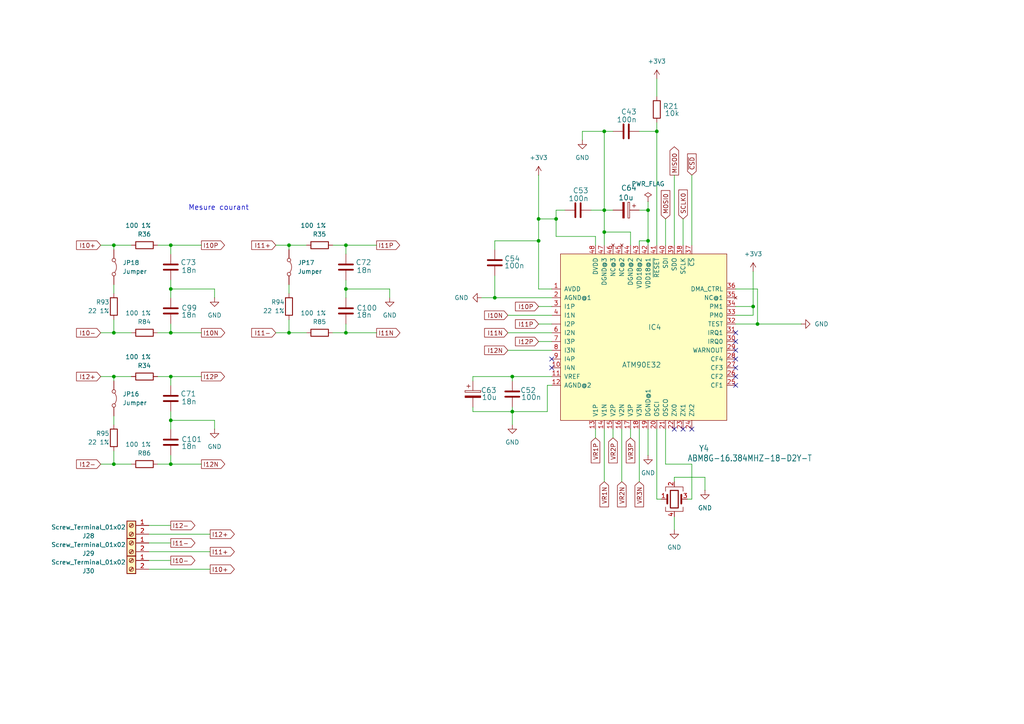
<source format=kicad_sch>
(kicad_sch
	(version 20231120)
	(generator "eeschema")
	(generator_version "8.0")
	(uuid "34ac2892-3e7a-4fde-81c2-1bc261c8cc27")
	(paper "A4")
	(lib_symbols
		(symbol "Connector:Screw_Terminal_01x02"
			(pin_names
				(offset 1.016) hide)
			(exclude_from_sim no)
			(in_bom yes)
			(on_board yes)
			(property "Reference" "J"
				(at 0 2.54 0)
				(effects
					(font
						(size 1.27 1.27)
					)
				)
			)
			(property "Value" "Screw_Terminal_01x02"
				(at 0 -5.08 0)
				(effects
					(font
						(size 1.27 1.27)
					)
				)
			)
			(property "Footprint" ""
				(at 0 0 0)
				(effects
					(font
						(size 1.27 1.27)
					)
					(hide yes)
				)
			)
			(property "Datasheet" "~"
				(at 0 0 0)
				(effects
					(font
						(size 1.27 1.27)
					)
					(hide yes)
				)
			)
			(property "Description" "Generic screw terminal, single row, 01x02, script generated (kicad-library-utils/schlib/autogen/connector/)"
				(at 0 0 0)
				(effects
					(font
						(size 1.27 1.27)
					)
					(hide yes)
				)
			)
			(property "ki_keywords" "screw terminal"
				(at 0 0 0)
				(effects
					(font
						(size 1.27 1.27)
					)
					(hide yes)
				)
			)
			(property "ki_fp_filters" "TerminalBlock*:*"
				(at 0 0 0)
				(effects
					(font
						(size 1.27 1.27)
					)
					(hide yes)
				)
			)
			(symbol "Screw_Terminal_01x02_1_1"
				(rectangle
					(start -1.27 1.27)
					(end 1.27 -3.81)
					(stroke
						(width 0.254)
						(type default)
					)
					(fill
						(type background)
					)
				)
				(circle
					(center 0 -2.54)
					(radius 0.635)
					(stroke
						(width 0.1524)
						(type default)
					)
					(fill
						(type none)
					)
				)
				(polyline
					(pts
						(xy -0.5334 -2.2098) (xy 0.3302 -3.048)
					)
					(stroke
						(width 0.1524)
						(type default)
					)
					(fill
						(type none)
					)
				)
				(polyline
					(pts
						(xy -0.5334 0.3302) (xy 0.3302 -0.508)
					)
					(stroke
						(width 0.1524)
						(type default)
					)
					(fill
						(type none)
					)
				)
				(polyline
					(pts
						(xy -0.3556 -2.032) (xy 0.508 -2.8702)
					)
					(stroke
						(width 0.1524)
						(type default)
					)
					(fill
						(type none)
					)
				)
				(polyline
					(pts
						(xy -0.3556 0.508) (xy 0.508 -0.3302)
					)
					(stroke
						(width 0.1524)
						(type default)
					)
					(fill
						(type none)
					)
				)
				(circle
					(center 0 0)
					(radius 0.635)
					(stroke
						(width 0.1524)
						(type default)
					)
					(fill
						(type none)
					)
				)
				(pin passive line
					(at -5.08 0 0)
					(length 3.81)
					(name "Pin_1"
						(effects
							(font
								(size 1.27 1.27)
							)
						)
					)
					(number "1"
						(effects
							(font
								(size 1.27 1.27)
							)
						)
					)
				)
				(pin passive line
					(at -5.08 -2.54 0)
					(length 3.81)
					(name "Pin_2"
						(effects
							(font
								(size 1.27 1.27)
							)
						)
					)
					(number "2"
						(effects
							(font
								(size 1.27 1.27)
							)
						)
					)
				)
			)
		)
		(symbol "Device:C"
			(pin_numbers hide)
			(pin_names
				(offset 0.254)
			)
			(exclude_from_sim no)
			(in_bom yes)
			(on_board yes)
			(property "Reference" "C"
				(at 0.635 2.54 0)
				(effects
					(font
						(size 1.27 1.27)
					)
					(justify left)
				)
			)
			(property "Value" "C"
				(at 0.635 -2.54 0)
				(effects
					(font
						(size 1.27 1.27)
					)
					(justify left)
				)
			)
			(property "Footprint" ""
				(at 0.9652 -3.81 0)
				(effects
					(font
						(size 1.27 1.27)
					)
					(hide yes)
				)
			)
			(property "Datasheet" "~"
				(at 0 0 0)
				(effects
					(font
						(size 1.27 1.27)
					)
					(hide yes)
				)
			)
			(property "Description" "Unpolarized capacitor"
				(at 0 0 0)
				(effects
					(font
						(size 1.27 1.27)
					)
					(hide yes)
				)
			)
			(property "ki_keywords" "cap capacitor"
				(at 0 0 0)
				(effects
					(font
						(size 1.27 1.27)
					)
					(hide yes)
				)
			)
			(property "ki_fp_filters" "C_*"
				(at 0 0 0)
				(effects
					(font
						(size 1.27 1.27)
					)
					(hide yes)
				)
			)
			(symbol "C_0_1"
				(polyline
					(pts
						(xy -2.032 -0.762) (xy 2.032 -0.762)
					)
					(stroke
						(width 0.508)
						(type default)
					)
					(fill
						(type none)
					)
				)
				(polyline
					(pts
						(xy -2.032 0.762) (xy 2.032 0.762)
					)
					(stroke
						(width 0.508)
						(type default)
					)
					(fill
						(type none)
					)
				)
			)
			(symbol "C_1_1"
				(pin passive line
					(at 0 3.81 270)
					(length 2.794)
					(name "~"
						(effects
							(font
								(size 1.27 1.27)
							)
						)
					)
					(number "1"
						(effects
							(font
								(size 1.27 1.27)
							)
						)
					)
				)
				(pin passive line
					(at 0 -3.81 90)
					(length 2.794)
					(name "~"
						(effects
							(font
								(size 1.27 1.27)
							)
						)
					)
					(number "2"
						(effects
							(font
								(size 1.27 1.27)
							)
						)
					)
				)
			)
		)
		(symbol "Device:C_Polarized"
			(pin_numbers hide)
			(pin_names
				(offset 0.254)
			)
			(exclude_from_sim no)
			(in_bom yes)
			(on_board yes)
			(property "Reference" "C"
				(at 0.635 2.54 0)
				(effects
					(font
						(size 1.27 1.27)
					)
					(justify left)
				)
			)
			(property "Value" "C_Polarized"
				(at 0.635 -2.54 0)
				(effects
					(font
						(size 1.27 1.27)
					)
					(justify left)
				)
			)
			(property "Footprint" ""
				(at 0.9652 -3.81 0)
				(effects
					(font
						(size 1.27 1.27)
					)
					(hide yes)
				)
			)
			(property "Datasheet" "~"
				(at 0 0 0)
				(effects
					(font
						(size 1.27 1.27)
					)
					(hide yes)
				)
			)
			(property "Description" "Polarized capacitor"
				(at 0 0 0)
				(effects
					(font
						(size 1.27 1.27)
					)
					(hide yes)
				)
			)
			(property "ki_keywords" "cap capacitor"
				(at 0 0 0)
				(effects
					(font
						(size 1.27 1.27)
					)
					(hide yes)
				)
			)
			(property "ki_fp_filters" "CP_*"
				(at 0 0 0)
				(effects
					(font
						(size 1.27 1.27)
					)
					(hide yes)
				)
			)
			(symbol "C_Polarized_0_1"
				(rectangle
					(start -2.286 0.508)
					(end 2.286 1.016)
					(stroke
						(width 0)
						(type default)
					)
					(fill
						(type none)
					)
				)
				(polyline
					(pts
						(xy -1.778 2.286) (xy -0.762 2.286)
					)
					(stroke
						(width 0)
						(type default)
					)
					(fill
						(type none)
					)
				)
				(polyline
					(pts
						(xy -1.27 2.794) (xy -1.27 1.778)
					)
					(stroke
						(width 0)
						(type default)
					)
					(fill
						(type none)
					)
				)
				(rectangle
					(start 2.286 -0.508)
					(end -2.286 -1.016)
					(stroke
						(width 0)
						(type default)
					)
					(fill
						(type outline)
					)
				)
			)
			(symbol "C_Polarized_1_1"
				(pin passive line
					(at 0 3.81 270)
					(length 2.794)
					(name "~"
						(effects
							(font
								(size 1.27 1.27)
							)
						)
					)
					(number "1"
						(effects
							(font
								(size 1.27 1.27)
							)
						)
					)
				)
				(pin passive line
					(at 0 -3.81 90)
					(length 2.794)
					(name "~"
						(effects
							(font
								(size 1.27 1.27)
							)
						)
					)
					(number "2"
						(effects
							(font
								(size 1.27 1.27)
							)
						)
					)
				)
			)
		)
		(symbol "Device:Crystal_GND24"
			(pin_names
				(offset 1.016) hide)
			(exclude_from_sim no)
			(in_bom yes)
			(on_board yes)
			(property "Reference" "Y"
				(at 3.175 5.08 0)
				(effects
					(font
						(size 1.27 1.27)
					)
					(justify left)
				)
			)
			(property "Value" "Crystal_GND24"
				(at 3.175 3.175 0)
				(effects
					(font
						(size 1.27 1.27)
					)
					(justify left)
				)
			)
			(property "Footprint" ""
				(at 0 0 0)
				(effects
					(font
						(size 1.27 1.27)
					)
					(hide yes)
				)
			)
			(property "Datasheet" "~"
				(at 0 0 0)
				(effects
					(font
						(size 1.27 1.27)
					)
					(hide yes)
				)
			)
			(property "Description" "Four pin crystal, GND on pins 2 and 4"
				(at 0 0 0)
				(effects
					(font
						(size 1.27 1.27)
					)
					(hide yes)
				)
			)
			(property "ki_keywords" "quartz ceramic resonator oscillator"
				(at 0 0 0)
				(effects
					(font
						(size 1.27 1.27)
					)
					(hide yes)
				)
			)
			(property "ki_fp_filters" "Crystal*"
				(at 0 0 0)
				(effects
					(font
						(size 1.27 1.27)
					)
					(hide yes)
				)
			)
			(symbol "Crystal_GND24_0_1"
				(rectangle
					(start -1.143 2.54)
					(end 1.143 -2.54)
					(stroke
						(width 0.3048)
						(type default)
					)
					(fill
						(type none)
					)
				)
				(polyline
					(pts
						(xy -2.54 0) (xy -2.032 0)
					)
					(stroke
						(width 0)
						(type default)
					)
					(fill
						(type none)
					)
				)
				(polyline
					(pts
						(xy -2.032 -1.27) (xy -2.032 1.27)
					)
					(stroke
						(width 0.508)
						(type default)
					)
					(fill
						(type none)
					)
				)
				(polyline
					(pts
						(xy 0 -3.81) (xy 0 -3.556)
					)
					(stroke
						(width 0)
						(type default)
					)
					(fill
						(type none)
					)
				)
				(polyline
					(pts
						(xy 0 3.556) (xy 0 3.81)
					)
					(stroke
						(width 0)
						(type default)
					)
					(fill
						(type none)
					)
				)
				(polyline
					(pts
						(xy 2.032 -1.27) (xy 2.032 1.27)
					)
					(stroke
						(width 0.508)
						(type default)
					)
					(fill
						(type none)
					)
				)
				(polyline
					(pts
						(xy 2.032 0) (xy 2.54 0)
					)
					(stroke
						(width 0)
						(type default)
					)
					(fill
						(type none)
					)
				)
				(polyline
					(pts
						(xy -2.54 -2.286) (xy -2.54 -3.556) (xy 2.54 -3.556) (xy 2.54 -2.286)
					)
					(stroke
						(width 0)
						(type default)
					)
					(fill
						(type none)
					)
				)
				(polyline
					(pts
						(xy -2.54 2.286) (xy -2.54 3.556) (xy 2.54 3.556) (xy 2.54 2.286)
					)
					(stroke
						(width 0)
						(type default)
					)
					(fill
						(type none)
					)
				)
			)
			(symbol "Crystal_GND24_1_1"
				(pin passive line
					(at -3.81 0 0)
					(length 1.27)
					(name "1"
						(effects
							(font
								(size 1.27 1.27)
							)
						)
					)
					(number "1"
						(effects
							(font
								(size 1.27 1.27)
							)
						)
					)
				)
				(pin passive line
					(at 0 5.08 270)
					(length 1.27)
					(name "2"
						(effects
							(font
								(size 1.27 1.27)
							)
						)
					)
					(number "2"
						(effects
							(font
								(size 1.27 1.27)
							)
						)
					)
				)
				(pin passive line
					(at 3.81 0 180)
					(length 1.27)
					(name "3"
						(effects
							(font
								(size 1.27 1.27)
							)
						)
					)
					(number "3"
						(effects
							(font
								(size 1.27 1.27)
							)
						)
					)
				)
				(pin passive line
					(at 0 -5.08 90)
					(length 1.27)
					(name "4"
						(effects
							(font
								(size 1.27 1.27)
							)
						)
					)
					(number "4"
						(effects
							(font
								(size 1.27 1.27)
							)
						)
					)
				)
			)
		)
		(symbol "Device:R"
			(pin_numbers hide)
			(pin_names
				(offset 0)
			)
			(exclude_from_sim no)
			(in_bom yes)
			(on_board yes)
			(property "Reference" "R"
				(at 2.032 0 90)
				(effects
					(font
						(size 1.27 1.27)
					)
				)
			)
			(property "Value" "R"
				(at 0 0 90)
				(effects
					(font
						(size 1.27 1.27)
					)
				)
			)
			(property "Footprint" ""
				(at -1.778 0 90)
				(effects
					(font
						(size 1.27 1.27)
					)
					(hide yes)
				)
			)
			(property "Datasheet" "~"
				(at 0 0 0)
				(effects
					(font
						(size 1.27 1.27)
					)
					(hide yes)
				)
			)
			(property "Description" "Resistor"
				(at 0 0 0)
				(effects
					(font
						(size 1.27 1.27)
					)
					(hide yes)
				)
			)
			(property "ki_keywords" "R res resistor"
				(at 0 0 0)
				(effects
					(font
						(size 1.27 1.27)
					)
					(hide yes)
				)
			)
			(property "ki_fp_filters" "R_*"
				(at 0 0 0)
				(effects
					(font
						(size 1.27 1.27)
					)
					(hide yes)
				)
			)
			(symbol "R_0_1"
				(rectangle
					(start -1.016 -2.54)
					(end 1.016 2.54)
					(stroke
						(width 0.254)
						(type default)
					)
					(fill
						(type none)
					)
				)
			)
			(symbol "R_1_1"
				(pin passive line
					(at 0 3.81 270)
					(length 1.27)
					(name "~"
						(effects
							(font
								(size 1.27 1.27)
							)
						)
					)
					(number "1"
						(effects
							(font
								(size 1.27 1.27)
							)
						)
					)
				)
				(pin passive line
					(at 0 -3.81 90)
					(length 1.27)
					(name "~"
						(effects
							(font
								(size 1.27 1.27)
							)
						)
					)
					(number "2"
						(effects
							(font
								(size 1.27 1.27)
							)
						)
					)
				)
			)
		)
		(symbol "Jumper:Jumper_2_Bridged"
			(pin_numbers hide)
			(pin_names
				(offset 0) hide)
			(exclude_from_sim yes)
			(in_bom yes)
			(on_board yes)
			(property "Reference" "JP"
				(at 0 1.905 0)
				(effects
					(font
						(size 1.27 1.27)
					)
				)
			)
			(property "Value" "Jumper_2_Bridged"
				(at 0 -2.54 0)
				(effects
					(font
						(size 1.27 1.27)
					)
				)
			)
			(property "Footprint" ""
				(at 0 0 0)
				(effects
					(font
						(size 1.27 1.27)
					)
					(hide yes)
				)
			)
			(property "Datasheet" "~"
				(at 0 0 0)
				(effects
					(font
						(size 1.27 1.27)
					)
					(hide yes)
				)
			)
			(property "Description" "Jumper, 2-pole, closed/bridged"
				(at 0 0 0)
				(effects
					(font
						(size 1.27 1.27)
					)
					(hide yes)
				)
			)
			(property "ki_keywords" "Jumper SPST"
				(at 0 0 0)
				(effects
					(font
						(size 1.27 1.27)
					)
					(hide yes)
				)
			)
			(property "ki_fp_filters" "Jumper* TestPoint*2Pads* TestPoint*Bridge*"
				(at 0 0 0)
				(effects
					(font
						(size 1.27 1.27)
					)
					(hide yes)
				)
			)
			(symbol "Jumper_2_Bridged_0_0"
				(circle
					(center -2.032 0)
					(radius 0.508)
					(stroke
						(width 0)
						(type default)
					)
					(fill
						(type none)
					)
				)
				(circle
					(center 2.032 0)
					(radius 0.508)
					(stroke
						(width 0)
						(type default)
					)
					(fill
						(type none)
					)
				)
			)
			(symbol "Jumper_2_Bridged_0_1"
				(arc
					(start 1.524 0.254)
					(mid 0 0.762)
					(end -1.524 0.254)
					(stroke
						(width 0)
						(type default)
					)
					(fill
						(type none)
					)
				)
			)
			(symbol "Jumper_2_Bridged_1_1"
				(pin passive line
					(at -5.08 0 0)
					(length 2.54)
					(name "A"
						(effects
							(font
								(size 1.27 1.27)
							)
						)
					)
					(number "1"
						(effects
							(font
								(size 1.27 1.27)
							)
						)
					)
				)
				(pin passive line
					(at 5.08 0 180)
					(length 2.54)
					(name "B"
						(effects
							(font
								(size 1.27 1.27)
							)
						)
					)
					(number "2"
						(effects
							(font
								(size 1.27 1.27)
							)
						)
					)
				)
			)
		)
		(symbol "User_Lib_IC:ATM90E36"
			(pin_names
				(offset 1.016)
			)
			(exclude_from_sim no)
			(in_bom yes)
			(on_board yes)
			(property "Reference" "IC?"
				(at 0.254 1.524 0)
				(effects
					(font
						(size 1.4986 1.4986)
					)
					(justify left bottom)
				)
			)
			(property "Value" "ATM90E36"
				(at -5.588 -5.08 0)
				(effects
					(font
						(size 1.4986 1.4986)
					)
					(justify left bottom)
				)
			)
			(property "Footprint" "Package_QFP:TQFP-48-1EP_7x7mm_P0.5mm_EP3.5x3.5mm"
				(at -0.254 -2.032 0)
				(effects
					(font
						(size 1.27 1.27)
					)
					(hide yes)
				)
			)
			(property "Datasheet" ""
				(at 0 0 0)
				(effects
					(font
						(size 1.27 1.27)
					)
					(hide yes)
				)
			)
			(property "Description" ""
				(at 0 0 0)
				(effects
					(font
						(size 1.27 1.27)
					)
					(hide yes)
				)
			)
			(property "manf#" "	ATM90E36A-AU-R"
				(at 0.254 0 0)
				(effects
					(font
						(size 1.27 1.27)
					)
					(hide yes)
				)
			)
			(symbol "ATM90E36_1_0"
				(pin power_in line
					(at -27.94 12.7 0)
					(length 2.54)
					(name "AVDD"
						(effects
							(font
								(size 1.27 1.27)
							)
						)
					)
					(number "1"
						(effects
							(font
								(size 1.27 1.27)
							)
						)
					)
				)
				(pin input line
					(at -27.94 -10.16 0)
					(length 2.54)
					(name "I4N"
						(effects
							(font
								(size 1.27 1.27)
							)
						)
					)
					(number "10"
						(effects
							(font
								(size 1.27 1.27)
							)
						)
					)
				)
				(pin bidirectional line
					(at -27.94 -12.7 0)
					(length 2.54)
					(name "VREF"
						(effects
							(font
								(size 1.27 1.27)
							)
						)
					)
					(number "11"
						(effects
							(font
								(size 1.27 1.27)
							)
						)
					)
				)
				(pin power_in line
					(at -27.94 -15.24 0)
					(length 2.54)
					(name "AGND@2"
						(effects
							(font
								(size 1.27 1.27)
							)
						)
					)
					(number "12"
						(effects
							(font
								(size 1.27 1.27)
							)
						)
					)
				)
				(pin input line
					(at -15.24 -27.94 90)
					(length 2.54)
					(name "V1P"
						(effects
							(font
								(size 1.27 1.27)
							)
						)
					)
					(number "13"
						(effects
							(font
								(size 1.27 1.27)
							)
						)
					)
				)
				(pin input line
					(at -12.7 -27.94 90)
					(length 2.54)
					(name "V1N"
						(effects
							(font
								(size 1.27 1.27)
							)
						)
					)
					(number "14"
						(effects
							(font
								(size 1.27 1.27)
							)
						)
					)
				)
				(pin input line
					(at -10.16 -27.94 90)
					(length 2.54)
					(name "V2P"
						(effects
							(font
								(size 1.27 1.27)
							)
						)
					)
					(number "15"
						(effects
							(font
								(size 1.27 1.27)
							)
						)
					)
				)
				(pin input line
					(at -7.62 -27.94 90)
					(length 2.54)
					(name "V2N"
						(effects
							(font
								(size 1.27 1.27)
							)
						)
					)
					(number "16"
						(effects
							(font
								(size 1.27 1.27)
							)
						)
					)
				)
				(pin input line
					(at -5.08 -27.94 90)
					(length 2.54)
					(name "V3P"
						(effects
							(font
								(size 1.27 1.27)
							)
						)
					)
					(number "17"
						(effects
							(font
								(size 1.27 1.27)
							)
						)
					)
				)
				(pin input line
					(at -2.54 -27.94 90)
					(length 2.54)
					(name "V3N"
						(effects
							(font
								(size 1.27 1.27)
							)
						)
					)
					(number "18"
						(effects
							(font
								(size 1.27 1.27)
							)
						)
					)
				)
				(pin power_in line
					(at 0 -27.94 90)
					(length 2.54)
					(name "DGND@1"
						(effects
							(font
								(size 1.27 1.27)
							)
						)
					)
					(number "19"
						(effects
							(font
								(size 1.27 1.27)
							)
						)
					)
				)
				(pin power_in line
					(at -27.94 10.16 0)
					(length 2.54)
					(name "AGND@1"
						(effects
							(font
								(size 1.27 1.27)
							)
						)
					)
					(number "2"
						(effects
							(font
								(size 1.27 1.27)
							)
						)
					)
				)
				(pin input line
					(at 2.54 -27.94 90)
					(length 2.54)
					(name "OSCI"
						(effects
							(font
								(size 1.27 1.27)
							)
						)
					)
					(number "20"
						(effects
							(font
								(size 1.27 1.27)
							)
						)
					)
				)
				(pin output line
					(at 5.08 -27.94 90)
					(length 2.54)
					(name "OSCO"
						(effects
							(font
								(size 1.27 1.27)
							)
						)
					)
					(number "21"
						(effects
							(font
								(size 1.27 1.27)
							)
						)
					)
				)
				(pin output line
					(at 7.62 -27.94 90)
					(length 2.54)
					(name "ZX0"
						(effects
							(font
								(size 1.27 1.27)
							)
						)
					)
					(number "22"
						(effects
							(font
								(size 1.27 1.27)
							)
						)
					)
				)
				(pin output line
					(at 10.16 -27.94 90)
					(length 2.54)
					(name "ZX1"
						(effects
							(font
								(size 1.27 1.27)
							)
						)
					)
					(number "23"
						(effects
							(font
								(size 1.27 1.27)
							)
						)
					)
				)
				(pin output line
					(at 12.7 -27.94 90)
					(length 2.54)
					(name "ZX2"
						(effects
							(font
								(size 1.27 1.27)
							)
						)
					)
					(number "24"
						(effects
							(font
								(size 1.27 1.27)
							)
						)
					)
				)
				(pin output line
					(at 25.4 -15.24 180)
					(length 2.54)
					(name "CF1"
						(effects
							(font
								(size 1.27 1.27)
							)
						)
					)
					(number "25"
						(effects
							(font
								(size 1.27 1.27)
							)
						)
					)
				)
				(pin output line
					(at 25.4 -12.7 180)
					(length 2.54)
					(name "CF2"
						(effects
							(font
								(size 1.27 1.27)
							)
						)
					)
					(number "26"
						(effects
							(font
								(size 1.27 1.27)
							)
						)
					)
				)
				(pin output line
					(at 25.4 -10.16 180)
					(length 2.54)
					(name "CF3"
						(effects
							(font
								(size 1.27 1.27)
							)
						)
					)
					(number "27"
						(effects
							(font
								(size 1.27 1.27)
							)
						)
					)
				)
				(pin output line
					(at 25.4 -7.62 180)
					(length 2.54)
					(name "CF4"
						(effects
							(font
								(size 1.27 1.27)
							)
						)
					)
					(number "28"
						(effects
							(font
								(size 1.27 1.27)
							)
						)
					)
				)
				(pin output line
					(at 25.4 -5.08 180)
					(length 2.54)
					(name "WARNOUT"
						(effects
							(font
								(size 1.27 1.27)
							)
						)
					)
					(number "29"
						(effects
							(font
								(size 1.27 1.27)
							)
						)
					)
				)
				(pin input line
					(at -27.94 7.62 0)
					(length 2.54)
					(name "I1P"
						(effects
							(font
								(size 1.27 1.27)
							)
						)
					)
					(number "3"
						(effects
							(font
								(size 1.27 1.27)
							)
						)
					)
				)
				(pin output line
					(at 25.4 -2.54 180)
					(length 2.54)
					(name "IRQ0"
						(effects
							(font
								(size 1.27 1.27)
							)
						)
					)
					(number "30"
						(effects
							(font
								(size 1.27 1.27)
							)
						)
					)
				)
				(pin output line
					(at 25.4 0 180)
					(length 2.54)
					(name "IRQ1"
						(effects
							(font
								(size 1.27 1.27)
							)
						)
					)
					(number "31"
						(effects
							(font
								(size 1.27 1.27)
							)
						)
					)
				)
				(pin power_in line
					(at 25.4 2.54 180)
					(length 2.54)
					(name "TEST"
						(effects
							(font
								(size 1.27 1.27)
							)
						)
					)
					(number "32"
						(effects
							(font
								(size 1.27 1.27)
							)
						)
					)
				)
				(pin input line
					(at 25.4 5.08 180)
					(length 2.54)
					(name "PM0"
						(effects
							(font
								(size 1.27 1.27)
							)
						)
					)
					(number "33"
						(effects
							(font
								(size 1.27 1.27)
							)
						)
					)
				)
				(pin input line
					(at 25.4 7.62 180)
					(length 2.54)
					(name "PM1"
						(effects
							(font
								(size 1.27 1.27)
							)
						)
					)
					(number "34"
						(effects
							(font
								(size 1.27 1.27)
							)
						)
					)
				)
				(pin no_connect line
					(at 25.4 10.16 180)
					(length 2.54)
					(name "NC@1"
						(effects
							(font
								(size 1.27 1.27)
							)
						)
					)
					(number "35"
						(effects
							(font
								(size 1.27 1.27)
							)
						)
					)
				)
				(pin input line
					(at 25.4 12.7 180)
					(length 2.54)
					(name "DMA_CTRL"
						(effects
							(font
								(size 1.27 1.27)
							)
						)
					)
					(number "36"
						(effects
							(font
								(size 1.27 1.27)
							)
						)
					)
				)
				(pin input line
					(at 12.7 25.4 270)
					(length 2.54)
					(name "~{CS}"
						(effects
							(font
								(size 1.27 1.27)
							)
						)
					)
					(number "37"
						(effects
							(font
								(size 1.27 1.27)
							)
						)
					)
				)
				(pin input line
					(at 10.16 25.4 270)
					(length 2.54)
					(name "SCLK"
						(effects
							(font
								(size 1.27 1.27)
							)
						)
					)
					(number "38"
						(effects
							(font
								(size 1.27 1.27)
							)
						)
					)
				)
				(pin output line
					(at 7.62 25.4 270)
					(length 2.54)
					(name "SDO"
						(effects
							(font
								(size 1.27 1.27)
							)
						)
					)
					(number "39"
						(effects
							(font
								(size 1.27 1.27)
							)
						)
					)
				)
				(pin input line
					(at -27.94 5.08 0)
					(length 2.54)
					(name "I1N"
						(effects
							(font
								(size 1.27 1.27)
							)
						)
					)
					(number "4"
						(effects
							(font
								(size 1.27 1.27)
							)
						)
					)
				)
				(pin input line
					(at 5.08 25.4 270)
					(length 2.54)
					(name "SDI"
						(effects
							(font
								(size 1.27 1.27)
							)
						)
					)
					(number "40"
						(effects
							(font
								(size 1.27 1.27)
							)
						)
					)
				)
				(pin input line
					(at 2.54 25.4 270)
					(length 2.54)
					(name "~{RESET}"
						(effects
							(font
								(size 1.27 1.27)
							)
						)
					)
					(number "41"
						(effects
							(font
								(size 1.27 1.27)
							)
						)
					)
				)
				(pin power_in line
					(at 0 25.4 270)
					(length 2.54)
					(name "VDD18@1"
						(effects
							(font
								(size 1.27 1.27)
							)
						)
					)
					(number "42"
						(effects
							(font
								(size 1.27 1.27)
							)
						)
					)
				)
				(pin power_in line
					(at -2.54 25.4 270)
					(length 2.54)
					(name "VDD18@2"
						(effects
							(font
								(size 1.27 1.27)
							)
						)
					)
					(number "43"
						(effects
							(font
								(size 1.27 1.27)
							)
						)
					)
				)
				(pin power_in line
					(at -5.08 25.4 270)
					(length 2.54)
					(name "DGND@2"
						(effects
							(font
								(size 1.27 1.27)
							)
						)
					)
					(number "44"
						(effects
							(font
								(size 1.27 1.27)
							)
						)
					)
				)
				(pin no_connect line
					(at -7.62 25.4 270)
					(length 2.54)
					(name "NC@2"
						(effects
							(font
								(size 1.27 1.27)
							)
						)
					)
					(number "45"
						(effects
							(font
								(size 1.27 1.27)
							)
						)
					)
				)
				(pin no_connect line
					(at -10.16 25.4 270)
					(length 2.54)
					(name "NC@3"
						(effects
							(font
								(size 1.27 1.27)
							)
						)
					)
					(number "46"
						(effects
							(font
								(size 1.27 1.27)
							)
						)
					)
				)
				(pin power_in line
					(at -12.7 25.4 270)
					(length 2.54)
					(name "DGND@3"
						(effects
							(font
								(size 1.27 1.27)
							)
						)
					)
					(number "47"
						(effects
							(font
								(size 1.27 1.27)
							)
						)
					)
				)
				(pin power_in line
					(at -15.24 25.4 270)
					(length 2.54)
					(name "DVDD"
						(effects
							(font
								(size 1.27 1.27)
							)
						)
					)
					(number "48"
						(effects
							(font
								(size 1.27 1.27)
							)
						)
					)
				)
				(pin input line
					(at -27.94 2.54 0)
					(length 2.54)
					(name "I2P"
						(effects
							(font
								(size 1.27 1.27)
							)
						)
					)
					(number "5"
						(effects
							(font
								(size 0 0)
							)
						)
					)
				)
				(pin input line
					(at -27.94 0 0)
					(length 2.54)
					(name "I2N"
						(effects
							(font
								(size 1.27 1.27)
							)
						)
					)
					(number "6"
						(effects
							(font
								(size 1.27 1.27)
							)
						)
					)
				)
				(pin input line
					(at -27.94 -2.54 0)
					(length 2.54)
					(name "I3P"
						(effects
							(font
								(size 1.27 1.27)
							)
						)
					)
					(number "7"
						(effects
							(font
								(size 1.27 1.27)
							)
						)
					)
				)
				(pin input line
					(at -27.94 -5.08 0)
					(length 2.54)
					(name "I3N"
						(effects
							(font
								(size 1.27 1.27)
							)
						)
					)
					(number "8"
						(effects
							(font
								(size 1.27 1.27)
							)
						)
					)
				)
				(pin input line
					(at -27.94 -7.62 0)
					(length 2.54)
					(name "I4P"
						(effects
							(font
								(size 1.27 1.27)
							)
						)
					)
					(number "9"
						(effects
							(font
								(size 1.27 1.27)
							)
						)
					)
				)
			)
			(symbol "ATM90E36_1_1"
				(text_box ""
					(at -25.4 22.86 0)
					(size 48.26 -48.26)
					(stroke
						(width 0)
						(type default)
					)
					(fill
						(type color)
						(color 255 255 194 1)
					)
					(effects
						(font
							(size 1.27 1.27)
						)
						(justify left top)
					)
				)
			)
		)
		(symbol "power:+3V3"
			(power)
			(pin_numbers hide)
			(pin_names
				(offset 0) hide)
			(exclude_from_sim no)
			(in_bom yes)
			(on_board yes)
			(property "Reference" "#PWR"
				(at 0 -3.81 0)
				(effects
					(font
						(size 1.27 1.27)
					)
					(hide yes)
				)
			)
			(property "Value" "+3V3"
				(at 0 3.556 0)
				(effects
					(font
						(size 1.27 1.27)
					)
				)
			)
			(property "Footprint" ""
				(at 0 0 0)
				(effects
					(font
						(size 1.27 1.27)
					)
					(hide yes)
				)
			)
			(property "Datasheet" ""
				(at 0 0 0)
				(effects
					(font
						(size 1.27 1.27)
					)
					(hide yes)
				)
			)
			(property "Description" "Power symbol creates a global label with name \"+3V3\""
				(at 0 0 0)
				(effects
					(font
						(size 1.27 1.27)
					)
					(hide yes)
				)
			)
			(property "ki_keywords" "global power"
				(at 0 0 0)
				(effects
					(font
						(size 1.27 1.27)
					)
					(hide yes)
				)
			)
			(symbol "+3V3_0_1"
				(polyline
					(pts
						(xy -0.762 1.27) (xy 0 2.54)
					)
					(stroke
						(width 0)
						(type default)
					)
					(fill
						(type none)
					)
				)
				(polyline
					(pts
						(xy 0 0) (xy 0 2.54)
					)
					(stroke
						(width 0)
						(type default)
					)
					(fill
						(type none)
					)
				)
				(polyline
					(pts
						(xy 0 2.54) (xy 0.762 1.27)
					)
					(stroke
						(width 0)
						(type default)
					)
					(fill
						(type none)
					)
				)
			)
			(symbol "+3V3_1_1"
				(pin power_in line
					(at 0 0 90)
					(length 0)
					(name "~"
						(effects
							(font
								(size 1.27 1.27)
							)
						)
					)
					(number "1"
						(effects
							(font
								(size 1.27 1.27)
							)
						)
					)
				)
			)
		)
		(symbol "power:GND"
			(power)
			(pin_numbers hide)
			(pin_names
				(offset 0) hide)
			(exclude_from_sim no)
			(in_bom yes)
			(on_board yes)
			(property "Reference" "#PWR"
				(at 0 -6.35 0)
				(effects
					(font
						(size 1.27 1.27)
					)
					(hide yes)
				)
			)
			(property "Value" "GND"
				(at 0 -3.81 0)
				(effects
					(font
						(size 1.27 1.27)
					)
				)
			)
			(property "Footprint" ""
				(at 0 0 0)
				(effects
					(font
						(size 1.27 1.27)
					)
					(hide yes)
				)
			)
			(property "Datasheet" ""
				(at 0 0 0)
				(effects
					(font
						(size 1.27 1.27)
					)
					(hide yes)
				)
			)
			(property "Description" "Power symbol creates a global label with name \"GND\" , ground"
				(at 0 0 0)
				(effects
					(font
						(size 1.27 1.27)
					)
					(hide yes)
				)
			)
			(property "ki_keywords" "global power"
				(at 0 0 0)
				(effects
					(font
						(size 1.27 1.27)
					)
					(hide yes)
				)
			)
			(symbol "GND_0_1"
				(polyline
					(pts
						(xy 0 0) (xy 0 -1.27) (xy 1.27 -1.27) (xy 0 -2.54) (xy -1.27 -1.27) (xy 0 -1.27)
					)
					(stroke
						(width 0)
						(type default)
					)
					(fill
						(type none)
					)
				)
			)
			(symbol "GND_1_1"
				(pin power_in line
					(at 0 0 270)
					(length 0)
					(name "~"
						(effects
							(font
								(size 1.27 1.27)
							)
						)
					)
					(number "1"
						(effects
							(font
								(size 1.27 1.27)
							)
						)
					)
				)
			)
		)
		(symbol "power:PWR_FLAG"
			(power)
			(pin_numbers hide)
			(pin_names
				(offset 0) hide)
			(exclude_from_sim no)
			(in_bom yes)
			(on_board yes)
			(property "Reference" "#FLG"
				(at 0 1.905 0)
				(effects
					(font
						(size 1.27 1.27)
					)
					(hide yes)
				)
			)
			(property "Value" "PWR_FLAG"
				(at 0 3.81 0)
				(effects
					(font
						(size 1.27 1.27)
					)
				)
			)
			(property "Footprint" ""
				(at 0 0 0)
				(effects
					(font
						(size 1.27 1.27)
					)
					(hide yes)
				)
			)
			(property "Datasheet" "~"
				(at 0 0 0)
				(effects
					(font
						(size 1.27 1.27)
					)
					(hide yes)
				)
			)
			(property "Description" "Special symbol for telling ERC where power comes from"
				(at 0 0 0)
				(effects
					(font
						(size 1.27 1.27)
					)
					(hide yes)
				)
			)
			(property "ki_keywords" "flag power"
				(at 0 0 0)
				(effects
					(font
						(size 1.27 1.27)
					)
					(hide yes)
				)
			)
			(symbol "PWR_FLAG_0_0"
				(pin power_out line
					(at 0 0 90)
					(length 0)
					(name "~"
						(effects
							(font
								(size 1.27 1.27)
							)
						)
					)
					(number "1"
						(effects
							(font
								(size 1.27 1.27)
							)
						)
					)
				)
			)
			(symbol "PWR_FLAG_0_1"
				(polyline
					(pts
						(xy 0 0) (xy 0 1.27) (xy -1.016 1.905) (xy 0 2.54) (xy 1.016 1.905) (xy 0 1.27)
					)
					(stroke
						(width 0)
						(type default)
					)
					(fill
						(type none)
					)
				)
			)
		)
	)
	(junction
		(at 83.82 71.12)
		(diameter 0)
		(color 0 0 0 0)
		(uuid "02fcb382-a3cc-42b9-b307-6b07235c42bc")
	)
	(junction
		(at 175.26 38.1)
		(diameter 0)
		(color 0 0 0 0)
		(uuid "034ad0ce-f6f8-4f63-b665-0584ad9dd248")
	)
	(junction
		(at 156.21 69.85)
		(diameter 0)
		(color 0 0 0 0)
		(uuid "1128a8ac-256d-4e45-89ce-5819204d71f0")
	)
	(junction
		(at 83.82 96.52)
		(diameter 0)
		(color 0 0 0 0)
		(uuid "159e1cfa-1564-473b-86cb-276effca15e0")
	)
	(junction
		(at 100.33 71.12)
		(diameter 0)
		(color 0 0 0 0)
		(uuid "1e40f0da-ec0b-48e5-bd86-542a6b0e140d")
	)
	(junction
		(at 100.33 83.82)
		(diameter 0)
		(color 0 0 0 0)
		(uuid "21a0d68b-b5e6-4547-9f3d-e80d70255d45")
	)
	(junction
		(at 33.02 134.62)
		(diameter 0)
		(color 0 0 0 0)
		(uuid "2aba7a48-666b-41a0-a69f-1b19537610cd")
	)
	(junction
		(at 148.59 119.38)
		(diameter 0)
		(color 0 0 0 0)
		(uuid "2adafac2-4ff3-4727-b3b7-6673701b3fc9")
	)
	(junction
		(at 175.26 60.96)
		(diameter 0)
		(color 0 0 0 0)
		(uuid "2d3ea816-bf7d-4efa-961b-e976bced4ecd")
	)
	(junction
		(at 33.02 109.22)
		(diameter 0)
		(color 0 0 0 0)
		(uuid "2f1bf3dc-c00d-4f2e-ba35-0300dca481dc")
	)
	(junction
		(at 175.26 67.31)
		(diameter 0)
		(color 0 0 0 0)
		(uuid "3569b804-cc4b-435c-b119-7cf2688db4d6")
	)
	(junction
		(at 187.96 60.96)
		(diameter 0)
		(color 0 0 0 0)
		(uuid "3aa723b1-76fa-4fbf-b1ac-5d365ef8df93")
	)
	(junction
		(at 148.59 109.22)
		(diameter 0)
		(color 0 0 0 0)
		(uuid "4da89e0c-2827-4e26-9fed-147dc6428ea4")
	)
	(junction
		(at 161.29 63.5)
		(diameter 0)
		(color 0 0 0 0)
		(uuid "638199d9-a966-4535-8483-5ae8fee04efa")
	)
	(junction
		(at 218.44 88.9)
		(diameter 0)
		(color 0 0 0 0)
		(uuid "7362c44e-9a56-4cca-af24-9aee32360aa8")
	)
	(junction
		(at 143.51 86.36)
		(diameter 0)
		(color 0 0 0 0)
		(uuid "82f086b7-abd1-4c49-94cb-68138ca8601f")
	)
	(junction
		(at 33.02 71.12)
		(diameter 0)
		(color 0 0 0 0)
		(uuid "8766a6d8-aa60-455a-9cc4-3f08d6a0e129")
	)
	(junction
		(at 190.5 38.1)
		(diameter 0)
		(color 0 0 0 0)
		(uuid "8b9e02f7-6239-4f57-8e4b-73faaa8910b4")
	)
	(junction
		(at 100.33 96.52)
		(diameter 0)
		(color 0 0 0 0)
		(uuid "964c07cc-3d5f-4e84-b71e-cb95085d0905")
	)
	(junction
		(at 49.53 121.92)
		(diameter 0)
		(color 0 0 0 0)
		(uuid "9ae68187-da90-4b69-9141-3581f918db29")
	)
	(junction
		(at 33.02 96.52)
		(diameter 0)
		(color 0 0 0 0)
		(uuid "9e4fee54-2fb9-443a-85f0-a4da559eb692")
	)
	(junction
		(at 49.53 71.12)
		(diameter 0)
		(color 0 0 0 0)
		(uuid "aa252e28-5431-4cbe-8861-eea65b7b25ca")
	)
	(junction
		(at 187.96 69.85)
		(diameter 0)
		(color 0 0 0 0)
		(uuid "af04ae68-3e62-49ac-89b0-6f6cb6cbd733")
	)
	(junction
		(at 49.53 134.62)
		(diameter 0)
		(color 0 0 0 0)
		(uuid "c7e02ffe-638b-4ed0-96ac-8b07bdda4458")
	)
	(junction
		(at 49.53 96.52)
		(diameter 0)
		(color 0 0 0 0)
		(uuid "d9998b01-8077-4eed-a72e-2bc3d79084c8")
	)
	(junction
		(at 219.71 93.98)
		(diameter 0)
		(color 0 0 0 0)
		(uuid "f069443f-f6c9-478e-97ec-1122634c363c")
	)
	(junction
		(at 49.53 83.82)
		(diameter 0)
		(color 0 0 0 0)
		(uuid "f10a704b-f8e8-42f3-bc00-04f213ff31bd")
	)
	(junction
		(at 156.21 63.5)
		(diameter 0)
		(color 0 0 0 0)
		(uuid "f65e08d4-3813-44d6-9414-52f44c92a506")
	)
	(junction
		(at 49.53 109.22)
		(diameter 0)
		(color 0 0 0 0)
		(uuid "f90abf13-8033-47c9-8d68-675bbcf6fa7c")
	)
	(no_connect
		(at 200.66 124.46)
		(uuid "220d5b4f-d94f-4790-88b4-88e7600c57d3")
	)
	(no_connect
		(at 213.36 104.14)
		(uuid "28b52a93-d4f2-4ca0-bbb6-85038d25a770")
	)
	(no_connect
		(at 213.36 111.76)
		(uuid "3a3a5cb0-2160-41e5-ba2f-9570ed448899")
	)
	(no_connect
		(at 160.02 106.68)
		(uuid "45ba1a75-6886-4bec-a44a-b3e7f36e50a2")
	)
	(no_connect
		(at 213.36 99.06)
		(uuid "5a805696-257f-497e-8347-367cfef7f1a6")
	)
	(no_connect
		(at 160.02 104.14)
		(uuid "89380b4c-81a1-47f5-93c3-e5150f5fe20d")
	)
	(no_connect
		(at 198.12 124.46)
		(uuid "95c4bd80-fa21-4ec5-a55c-b927c413cf35")
	)
	(no_connect
		(at 213.36 106.68)
		(uuid "a3dfa613-814f-4e2c-b54f-af94de5addce")
	)
	(no_connect
		(at 213.36 109.22)
		(uuid "a7a60c07-db50-49b8-9343-cfa02af8140e")
	)
	(no_connect
		(at 213.36 96.52)
		(uuid "ab55db74-f144-4edf-ad85-026886729298")
	)
	(no_connect
		(at 213.36 101.6)
		(uuid "c36e971e-6fcd-454b-9077-304ab9493c22")
	)
	(no_connect
		(at 195.58 124.46)
		(uuid "c9bed8c1-be63-4ffd-8a95-139d51bcab8f")
	)
	(wire
		(pts
			(xy 29.21 71.12) (xy 33.02 71.12)
		)
		(stroke
			(width 0)
			(type default)
		)
		(uuid "03cd02de-8a9e-4eae-8500-9b9ab730750f")
	)
	(wire
		(pts
			(xy 195.58 71.12) (xy 195.58 50.8)
		)
		(stroke
			(width 0)
			(type default)
		)
		(uuid "0694257f-5d32-4fe5-b7bb-9642d712f137")
	)
	(wire
		(pts
			(xy 156.21 99.06) (xy 160.02 99.06)
		)
		(stroke
			(width 0)
			(type default)
		)
		(uuid "08b9197d-e9c0-4d41-b2d3-777bb2085b9e")
	)
	(wire
		(pts
			(xy 156.21 69.85) (xy 156.21 83.82)
		)
		(stroke
			(width 0)
			(type default)
		)
		(uuid "08f6ec19-2486-4e6e-9af4-cca38da2d937")
	)
	(wire
		(pts
			(xy 100.33 71.12) (xy 109.22 71.12)
		)
		(stroke
			(width 0)
			(type default)
		)
		(uuid "09038669-6159-4f7e-b056-fcceae75b11e")
	)
	(wire
		(pts
			(xy 100.33 96.52) (xy 109.22 96.52)
		)
		(stroke
			(width 0)
			(type default)
		)
		(uuid "0c780b8c-8103-4c68-abbb-a34abd9242a5")
	)
	(wire
		(pts
			(xy 158.75 119.38) (xy 158.75 111.76)
		)
		(stroke
			(width 0)
			(type default)
		)
		(uuid "126ea0ab-e951-4da3-8aff-c093427754fa")
	)
	(wire
		(pts
			(xy 175.26 67.31) (xy 182.88 67.31)
		)
		(stroke
			(width 0)
			(type default)
		)
		(uuid "135ab7bb-8a04-49f0-85d1-39eb09ae0629")
	)
	(wire
		(pts
			(xy 49.53 83.82) (xy 49.53 86.36)
		)
		(stroke
			(width 0)
			(type default)
		)
		(uuid "1405b56e-5e6d-4b42-9012-cbbdc877c33e")
	)
	(wire
		(pts
			(xy 190.5 38.1) (xy 185.42 38.1)
		)
		(stroke
			(width 0)
			(type default)
		)
		(uuid "14f7a180-ca76-4cb6-bdba-15468e2f1a35")
	)
	(wire
		(pts
			(xy 172.72 124.46) (xy 172.72 127)
		)
		(stroke
			(width 0)
			(type default)
		)
		(uuid "1529eeeb-9080-4dcc-87e3-eb09281e9e49")
	)
	(wire
		(pts
			(xy 182.88 67.31) (xy 182.88 71.12)
		)
		(stroke
			(width 0)
			(type default)
		)
		(uuid "190d7066-1932-4388-a905-20c717503ee7")
	)
	(wire
		(pts
			(xy 143.51 86.36) (xy 160.02 86.36)
		)
		(stroke
			(width 0)
			(type default)
		)
		(uuid "196d4558-c077-45cd-8865-10a55286810e")
	)
	(wire
		(pts
			(xy 43.18 160.02) (xy 60.96 160.02)
		)
		(stroke
			(width 0)
			(type default)
		)
		(uuid "1bb416ec-7b06-42da-b9dc-ad9eb1fa7ce8")
	)
	(wire
		(pts
			(xy 83.82 92.71) (xy 83.82 96.52)
		)
		(stroke
			(width 0)
			(type default)
		)
		(uuid "1bf46d6f-d359-4981-b5d1-bb7f0a511648")
	)
	(wire
		(pts
			(xy 175.26 38.1) (xy 177.8 38.1)
		)
		(stroke
			(width 0)
			(type default)
		)
		(uuid "1caec56a-c636-465e-bf3b-5c520830294a")
	)
	(wire
		(pts
			(xy 185.42 60.96) (xy 187.96 60.96)
		)
		(stroke
			(width 0)
			(type default)
		)
		(uuid "1d6237f4-8372-4880-958e-0d1073a837e0")
	)
	(wire
		(pts
			(xy 187.96 60.96) (xy 187.96 69.85)
		)
		(stroke
			(width 0)
			(type default)
		)
		(uuid "1e1fccb1-2438-4e7d-a120-ff7b0792b3be")
	)
	(wire
		(pts
			(xy 158.75 111.76) (xy 160.02 111.76)
		)
		(stroke
			(width 0)
			(type default)
		)
		(uuid "1e3027dc-7a1a-4a16-a81a-5006d2cb379e")
	)
	(wire
		(pts
			(xy 49.53 71.12) (xy 58.42 71.12)
		)
		(stroke
			(width 0)
			(type default)
		)
		(uuid "1fa1ac33-19eb-4374-b6ee-ac0c9b849e03")
	)
	(wire
		(pts
			(xy 218.44 91.44) (xy 213.36 91.44)
		)
		(stroke
			(width 0)
			(type default)
		)
		(uuid "203475c5-8c06-4d5b-9986-9992d704c933")
	)
	(wire
		(pts
			(xy 190.5 22.86) (xy 190.5 27.94)
		)
		(stroke
			(width 0)
			(type default)
		)
		(uuid "20c07825-dcfa-403b-9512-c965fd483caf")
	)
	(wire
		(pts
			(xy 187.96 58.42) (xy 187.96 60.96)
		)
		(stroke
			(width 0)
			(type default)
		)
		(uuid "239cdf67-e6ea-4fc3-9953-97587a9ddc11")
	)
	(wire
		(pts
			(xy 193.04 71.12) (xy 193.04 63.5)
		)
		(stroke
			(width 0)
			(type default)
		)
		(uuid "24fc7ed1-a6ab-441f-a7f4-f3ff222fb859")
	)
	(wire
		(pts
			(xy 156.21 50.8) (xy 156.21 63.5)
		)
		(stroke
			(width 0)
			(type default)
		)
		(uuid "26d784e5-6e17-46b6-a8a4-0ada6e0efbfc")
	)
	(wire
		(pts
			(xy 219.71 93.98) (xy 232.41 93.98)
		)
		(stroke
			(width 0)
			(type default)
		)
		(uuid "2e9fff8c-2350-44fd-9cff-3b7966786d7c")
	)
	(wire
		(pts
			(xy 213.36 93.98) (xy 219.71 93.98)
		)
		(stroke
			(width 0)
			(type default)
		)
		(uuid "3074916d-df03-479b-8054-97b654c82cb4")
	)
	(wire
		(pts
			(xy 161.29 60.96) (xy 161.29 63.5)
		)
		(stroke
			(width 0)
			(type default)
		)
		(uuid "3092aa32-38da-4679-b657-78a7ea103039")
	)
	(wire
		(pts
			(xy 148.59 109.22) (xy 148.59 110.49)
		)
		(stroke
			(width 0)
			(type default)
		)
		(uuid "32b59ac2-f253-4246-bc80-e1deb7fcafc4")
	)
	(wire
		(pts
			(xy 148.59 109.22) (xy 137.16 109.22)
		)
		(stroke
			(width 0)
			(type default)
		)
		(uuid "32c2786a-81d4-440e-b727-2047ec1a211b")
	)
	(wire
		(pts
			(xy 33.02 92.71) (xy 33.02 96.52)
		)
		(stroke
			(width 0)
			(type default)
		)
		(uuid "38937ec8-c85e-4abb-b784-0545d2a2f6a3")
	)
	(wire
		(pts
			(xy 62.23 121.92) (xy 62.23 124.46)
		)
		(stroke
			(width 0)
			(type default)
		)
		(uuid "397cbf32-9e99-42d3-b166-33156af52a29")
	)
	(wire
		(pts
			(xy 33.02 96.52) (xy 29.21 96.52)
		)
		(stroke
			(width 0)
			(type default)
		)
		(uuid "3d2b62c5-7c71-4458-a55d-e407f6aa4b66")
	)
	(wire
		(pts
			(xy 49.53 109.22) (xy 58.42 109.22)
		)
		(stroke
			(width 0)
			(type default)
		)
		(uuid "3ebfd775-21de-4f46-b9a8-e8b206ddc4a0")
	)
	(wire
		(pts
			(xy 143.51 80.01) (xy 143.51 86.36)
		)
		(stroke
			(width 0)
			(type default)
		)
		(uuid "40c77a05-320f-4522-bf3d-d3b1635d81c3")
	)
	(wire
		(pts
			(xy 45.72 96.52) (xy 49.53 96.52)
		)
		(stroke
			(width 0)
			(type default)
		)
		(uuid "4347fbf2-2177-4a08-be51-da50c6ae8651")
	)
	(wire
		(pts
			(xy 49.53 119.38) (xy 49.53 121.92)
		)
		(stroke
			(width 0)
			(type default)
		)
		(uuid "485c4043-6e35-4f98-8341-54523849c32d")
	)
	(wire
		(pts
			(xy 187.96 124.46) (xy 187.96 132.08)
		)
		(stroke
			(width 0)
			(type default)
		)
		(uuid "49838672-1b71-4689-9b4b-4f5e440ca014")
	)
	(wire
		(pts
			(xy 190.5 124.46) (xy 190.5 144.78)
		)
		(stroke
			(width 0)
			(type default)
		)
		(uuid "4a8d5608-99c5-4b5b-bfd9-59cfc2b2df9b")
	)
	(wire
		(pts
			(xy 143.51 69.85) (xy 156.21 69.85)
		)
		(stroke
			(width 0)
			(type default)
		)
		(uuid "4d3cce45-96a8-45cc-9053-86341ce87dd8")
	)
	(wire
		(pts
			(xy 200.66 71.12) (xy 200.66 50.8)
		)
		(stroke
			(width 0)
			(type default)
		)
		(uuid "4fccef18-2091-45df-8b77-23f0c1e73c8b")
	)
	(wire
		(pts
			(xy 33.02 134.62) (xy 38.1 134.62)
		)
		(stroke
			(width 0)
			(type default)
		)
		(uuid "50403bd7-b9d1-4c5f-a68c-4027dcc0605a")
	)
	(wire
		(pts
			(xy 148.59 119.38) (xy 158.75 119.38)
		)
		(stroke
			(width 0)
			(type default)
		)
		(uuid "509d60a6-86d1-484c-963f-9cd6923c55f3")
	)
	(wire
		(pts
			(xy 33.02 134.62) (xy 29.21 134.62)
		)
		(stroke
			(width 0)
			(type default)
		)
		(uuid "5473d543-4951-463e-81dd-aa420d2e5ec8")
	)
	(wire
		(pts
			(xy 204.47 142.24) (xy 204.47 138.43)
		)
		(stroke
			(width 0)
			(type default)
		)
		(uuid "5cc7ec7a-b5fc-48b6-b93f-4590f579cfd3")
	)
	(wire
		(pts
			(xy 213.36 83.82) (xy 219.71 83.82)
		)
		(stroke
			(width 0)
			(type default)
		)
		(uuid "5cf849f8-e475-4ff4-92a2-dc4e424928b0")
	)
	(wire
		(pts
			(xy 195.58 149.86) (xy 195.58 153.67)
		)
		(stroke
			(width 0)
			(type default)
		)
		(uuid "5f936b41-3edd-4a69-a8b2-3f9783e55b54")
	)
	(wire
		(pts
			(xy 200.66 144.78) (xy 199.39 144.78)
		)
		(stroke
			(width 0)
			(type default)
		)
		(uuid "5fb8441a-1d42-4dbe-a684-29551a3ba439")
	)
	(wire
		(pts
			(xy 33.02 109.22) (xy 38.1 109.22)
		)
		(stroke
			(width 0)
			(type default)
		)
		(uuid "665bc950-7680-4d31-85c5-42c30948b52c")
	)
	(wire
		(pts
			(xy 80.01 71.12) (xy 83.82 71.12)
		)
		(stroke
			(width 0)
			(type default)
		)
		(uuid "68b34dfb-f5c7-4aa8-8d8b-affb67830bd1")
	)
	(wire
		(pts
			(xy 218.44 78.74) (xy 218.44 88.9)
		)
		(stroke
			(width 0)
			(type default)
		)
		(uuid "696c58ba-44bd-4936-9c7d-ccd76cd38ef7")
	)
	(wire
		(pts
			(xy 175.26 124.46) (xy 175.26 139.7)
		)
		(stroke
			(width 0)
			(type default)
		)
		(uuid "697a6832-a8d7-4845-ab6d-cb43c7d9edc8")
	)
	(wire
		(pts
			(xy 218.44 88.9) (xy 218.44 91.44)
		)
		(stroke
			(width 0)
			(type default)
		)
		(uuid "6983971f-6cd1-4f4c-8e04-bdc6174c819a")
	)
	(wire
		(pts
			(xy 190.5 35.56) (xy 190.5 38.1)
		)
		(stroke
			(width 0)
			(type default)
		)
		(uuid "6cf23d83-1cd0-46a7-b605-ec4ea98b4636")
	)
	(wire
		(pts
			(xy 49.53 81.28) (xy 49.53 83.82)
		)
		(stroke
			(width 0)
			(type default)
		)
		(uuid "6e04f0f1-3b7c-42ac-8c45-c581f3da5798")
	)
	(wire
		(pts
			(xy 148.59 119.38) (xy 148.59 123.19)
		)
		(stroke
			(width 0)
			(type default)
		)
		(uuid "6efed036-e010-4bfa-aa91-bbb9a645fa02")
	)
	(wire
		(pts
			(xy 33.02 71.12) (xy 33.02 72.39)
		)
		(stroke
			(width 0)
			(type default)
		)
		(uuid "706a1062-f8b8-4550-8a16-9f8638c1df9a")
	)
	(wire
		(pts
			(xy 33.02 120.65) (xy 33.02 123.19)
		)
		(stroke
			(width 0)
			(type default)
		)
		(uuid "7579548e-80c1-4651-909b-4df33a84180f")
	)
	(wire
		(pts
			(xy 83.82 82.55) (xy 83.82 85.09)
		)
		(stroke
			(width 0)
			(type default)
		)
		(uuid "778772e0-8f56-4ad1-9116-b0943c9d4a76")
	)
	(wire
		(pts
			(xy 156.21 88.9) (xy 160.02 88.9)
		)
		(stroke
			(width 0)
			(type default)
		)
		(uuid "7a1782b8-9777-4637-8154-6a6a32e8a8e1")
	)
	(wire
		(pts
			(xy 213.36 88.9) (xy 218.44 88.9)
		)
		(stroke
			(width 0)
			(type default)
		)
		(uuid "7afc5f97-d32f-4e70-871a-eecb9ca816b5")
	)
	(wire
		(pts
			(xy 182.88 124.46) (xy 182.88 127)
		)
		(stroke
			(width 0)
			(type default)
		)
		(uuid "7be15059-164c-40b5-a99c-2e959940820a")
	)
	(wire
		(pts
			(xy 29.21 109.22) (xy 33.02 109.22)
		)
		(stroke
			(width 0)
			(type default)
		)
		(uuid "7e55d997-75bf-4615-b42e-a1add4a3fb2f")
	)
	(wire
		(pts
			(xy 100.33 81.28) (xy 100.33 83.82)
		)
		(stroke
			(width 0)
			(type default)
		)
		(uuid "7eb0c26b-64a1-4e96-8504-c83ece0dcd80")
	)
	(wire
		(pts
			(xy 148.59 109.22) (xy 160.02 109.22)
		)
		(stroke
			(width 0)
			(type default)
		)
		(uuid "7f4537d1-0923-4f4c-a7b4-45753381f490")
	)
	(wire
		(pts
			(xy 33.02 82.55) (xy 33.02 85.09)
		)
		(stroke
			(width 0)
			(type default)
		)
		(uuid "80c4d94c-5bfb-492c-a462-f387bf8132ab")
	)
	(wire
		(pts
			(xy 45.72 109.22) (xy 49.53 109.22)
		)
		(stroke
			(width 0)
			(type default)
		)
		(uuid "81f94cb0-9ada-40ee-a324-4c31f7d5bfb6")
	)
	(wire
		(pts
			(xy 100.33 83.82) (xy 113.03 83.82)
		)
		(stroke
			(width 0)
			(type default)
		)
		(uuid "82044c72-c6dd-4ae3-b5be-267acfeb8658")
	)
	(wire
		(pts
			(xy 43.18 157.48) (xy 49.53 157.48)
		)
		(stroke
			(width 0)
			(type default)
		)
		(uuid "82e13bd9-bf59-4bf3-9315-79ea9c1063d7")
	)
	(wire
		(pts
			(xy 204.47 138.43) (xy 195.58 138.43)
		)
		(stroke
			(width 0)
			(type default)
		)
		(uuid "846b8816-cc3e-4bd2-b7fd-385b14bf16b0")
	)
	(wire
		(pts
			(xy 200.66 144.78) (xy 200.66 134.62)
		)
		(stroke
			(width 0)
			(type default)
		)
		(uuid "848a6900-6945-4009-878c-650471b93ec2")
	)
	(wire
		(pts
			(xy 137.16 119.38) (xy 148.59 119.38)
		)
		(stroke
			(width 0)
			(type default)
		)
		(uuid "8671fbac-6f8c-4b5d-b197-2869dc1eec04")
	)
	(wire
		(pts
			(xy 100.33 71.12) (xy 100.33 73.66)
		)
		(stroke
			(width 0)
			(type default)
		)
		(uuid "89f14c56-e6fe-40ee-8a5d-719ed7b6f14f")
	)
	(wire
		(pts
			(xy 113.03 83.82) (xy 113.03 86.36)
		)
		(stroke
			(width 0)
			(type default)
		)
		(uuid "8e939900-18c5-47f8-a0b8-46652033c213")
	)
	(wire
		(pts
			(xy 193.04 124.46) (xy 193.04 134.62)
		)
		(stroke
			(width 0)
			(type default)
		)
		(uuid "92aac3d7-bd32-4e24-8985-a549d73deca7")
	)
	(wire
		(pts
			(xy 185.42 69.85) (xy 187.96 69.85)
		)
		(stroke
			(width 0)
			(type default)
		)
		(uuid "9685405d-f0ad-44c4-b04a-edfe621a9baa")
	)
	(wire
		(pts
			(xy 33.02 71.12) (xy 38.1 71.12)
		)
		(stroke
			(width 0)
			(type default)
		)
		(uuid "977e1ed7-3520-4b1b-92bc-dbeb8e59836f")
	)
	(wire
		(pts
			(xy 83.82 71.12) (xy 83.82 72.39)
		)
		(stroke
			(width 0)
			(type default)
		)
		(uuid "9d09d69d-f0f6-45e8-9d7a-c77f3a61953e")
	)
	(wire
		(pts
			(xy 161.29 63.5) (xy 161.29 68.58)
		)
		(stroke
			(width 0)
			(type default)
		)
		(uuid "9e4b8c73-645b-43b7-8af7-9e70ff09239e")
	)
	(wire
		(pts
			(xy 83.82 71.12) (xy 88.9 71.12)
		)
		(stroke
			(width 0)
			(type default)
		)
		(uuid "9fdf75b5-b4e3-4b96-bdd6-3732c56edca0")
	)
	(wire
		(pts
			(xy 43.18 154.94) (xy 60.96 154.94)
		)
		(stroke
			(width 0)
			(type default)
		)
		(uuid "a11cbf1e-54ad-4a76-be71-7bcf2ebc7e45")
	)
	(wire
		(pts
			(xy 175.26 38.1) (xy 175.26 60.96)
		)
		(stroke
			(width 0)
			(type default)
		)
		(uuid "a177f62a-bcd1-4f90-95ed-20495edce626")
	)
	(wire
		(pts
			(xy 198.12 71.12) (xy 198.12 63.5)
		)
		(stroke
			(width 0)
			(type default)
		)
		(uuid "a6a6fc1e-6077-41dc-9c92-25e9d8fd474d")
	)
	(wire
		(pts
			(xy 180.34 139.7) (xy 180.34 124.46)
		)
		(stroke
			(width 0)
			(type default)
		)
		(uuid "aa17e8fc-3753-4bdb-8202-af23534999fa")
	)
	(wire
		(pts
			(xy 148.59 118.11) (xy 148.59 119.38)
		)
		(stroke
			(width 0)
			(type default)
		)
		(uuid "aa2cd100-add5-4344-96d6-9a6c17bbb365")
	)
	(wire
		(pts
			(xy 45.72 71.12) (xy 49.53 71.12)
		)
		(stroke
			(width 0)
			(type default)
		)
		(uuid "ab0890bd-6e09-4282-b963-de2cc992d82d")
	)
	(wire
		(pts
			(xy 147.32 101.6) (xy 160.02 101.6)
		)
		(stroke
			(width 0)
			(type default)
		)
		(uuid "ae4159ef-59fb-425f-a4e9-fa250ede303b")
	)
	(wire
		(pts
			(xy 49.53 71.12) (xy 49.53 73.66)
		)
		(stroke
			(width 0)
			(type default)
		)
		(uuid "ae5f25d4-9c8e-4cb0-864d-e84453c58f9a")
	)
	(wire
		(pts
			(xy 161.29 68.58) (xy 172.72 68.58)
		)
		(stroke
			(width 0)
			(type default)
		)
		(uuid "af12660b-e7a3-453f-9b1d-56717c7ab3e5")
	)
	(wire
		(pts
			(xy 185.42 69.85) (xy 185.42 71.12)
		)
		(stroke
			(width 0)
			(type default)
		)
		(uuid "b08d6509-1a90-4338-918b-e3b37df3a769")
	)
	(wire
		(pts
			(xy 200.66 134.62) (xy 193.04 134.62)
		)
		(stroke
			(width 0)
			(type default)
		)
		(uuid "b3f65439-6b50-4eb6-b666-1d441bb42320")
	)
	(wire
		(pts
			(xy 45.72 134.62) (xy 49.53 134.62)
		)
		(stroke
			(width 0)
			(type default)
		)
		(uuid "b775b0d9-83f5-47eb-b218-399d5946f2e9")
	)
	(wire
		(pts
			(xy 156.21 63.5) (xy 156.21 69.85)
		)
		(stroke
			(width 0)
			(type default)
		)
		(uuid "b862d07d-fdf7-40a7-8105-a1b91d5e70b8")
	)
	(wire
		(pts
			(xy 175.26 60.96) (xy 175.26 67.31)
		)
		(stroke
			(width 0)
			(type default)
		)
		(uuid "ba0ad845-cd57-4be1-b5ee-d234db475424")
	)
	(wire
		(pts
			(xy 219.71 83.82) (xy 219.71 93.98)
		)
		(stroke
			(width 0)
			(type default)
		)
		(uuid "bf43944c-d558-49a5-b5e0-b8b665896ae1")
	)
	(wire
		(pts
			(xy 190.5 144.78) (xy 191.77 144.78)
		)
		(stroke
			(width 0)
			(type default)
		)
		(uuid "c1a4614f-71a0-44ca-b7a3-c01cf861acec")
	)
	(wire
		(pts
			(xy 49.53 109.22) (xy 49.53 111.76)
		)
		(stroke
			(width 0)
			(type default)
		)
		(uuid "c28ddcf8-6af3-4462-918e-bd55c962c166")
	)
	(wire
		(pts
			(xy 33.02 130.81) (xy 33.02 134.62)
		)
		(stroke
			(width 0)
			(type default)
		)
		(uuid "c40d4b99-fb3e-414f-85cf-ba44891b82e1")
	)
	(wire
		(pts
			(xy 49.53 93.98) (xy 49.53 96.52)
		)
		(stroke
			(width 0)
			(type default)
		)
		(uuid "c6045f47-5bcd-4cf4-9b97-ca5aa24e7008")
	)
	(wire
		(pts
			(xy 96.52 71.12) (xy 100.33 71.12)
		)
		(stroke
			(width 0)
			(type default)
		)
		(uuid "c882015b-d17c-48e1-b131-e4a58622223c")
	)
	(wire
		(pts
			(xy 83.82 96.52) (xy 88.9 96.52)
		)
		(stroke
			(width 0)
			(type default)
		)
		(uuid "c8dddc09-2949-482e-b295-7a7642fa9f76")
	)
	(wire
		(pts
			(xy 190.5 71.12) (xy 190.5 38.1)
		)
		(stroke
			(width 0)
			(type default)
		)
		(uuid "c9432ff4-a060-4299-b81c-7c1df1ddc083")
	)
	(wire
		(pts
			(xy 49.53 121.92) (xy 62.23 121.92)
		)
		(stroke
			(width 0)
			(type default)
		)
		(uuid "c9cff625-e01c-40b4-a916-baa6350fd209")
	)
	(wire
		(pts
			(xy 43.18 165.1) (xy 60.96 165.1)
		)
		(stroke
			(width 0)
			(type default)
		)
		(uuid "cb960976-96a8-4bc1-840f-182f7887a8d7")
	)
	(wire
		(pts
			(xy 49.53 83.82) (xy 62.23 83.82)
		)
		(stroke
			(width 0)
			(type default)
		)
		(uuid "cddd0ce6-d5f2-4cea-9633-6cc57102f231")
	)
	(wire
		(pts
			(xy 156.21 63.5) (xy 161.29 63.5)
		)
		(stroke
			(width 0)
			(type default)
		)
		(uuid "d2a41dcc-cd0b-41cd-b234-0e474c3e4f41")
	)
	(wire
		(pts
			(xy 147.32 91.44) (xy 160.02 91.44)
		)
		(stroke
			(width 0)
			(type default)
		)
		(uuid "d3c6b6c1-2956-4e58-a33c-92ddb8d4e51f")
	)
	(wire
		(pts
			(xy 33.02 109.22) (xy 33.02 110.49)
		)
		(stroke
			(width 0)
			(type default)
		)
		(uuid "d4a8ec09-f9ee-4101-b8d7-a5c0ab5e2088")
	)
	(wire
		(pts
			(xy 43.18 162.56) (xy 49.53 162.56)
		)
		(stroke
			(width 0)
			(type default)
		)
		(uuid "d4e928c0-8630-46d6-8ad4-d3b1733b9563")
	)
	(wire
		(pts
			(xy 49.53 121.92) (xy 49.53 124.46)
		)
		(stroke
			(width 0)
			(type default)
		)
		(uuid "d66636c8-4dd1-40ea-94aa-449d43a3959e")
	)
	(wire
		(pts
			(xy 62.23 83.82) (xy 62.23 86.36)
		)
		(stroke
			(width 0)
			(type default)
		)
		(uuid "d699b6d5-ffd6-4b2a-b274-e29c31c6ed44")
	)
	(wire
		(pts
			(xy 139.7 86.36) (xy 143.51 86.36)
		)
		(stroke
			(width 0)
			(type default)
		)
		(uuid "d6e32398-9942-4a0c-b5b3-923b1dc33b37")
	)
	(wire
		(pts
			(xy 177.8 124.46) (xy 177.8 127)
		)
		(stroke
			(width 0)
			(type default)
		)
		(uuid "d8f46cbe-784b-40d6-a6b3-1e08ece6afb1")
	)
	(wire
		(pts
			(xy 175.26 71.12) (xy 175.26 67.31)
		)
		(stroke
			(width 0)
			(type default)
		)
		(uuid "da5d6ebb-6a74-48c1-85d2-e5017c7038af")
	)
	(wire
		(pts
			(xy 49.53 134.62) (xy 58.42 134.62)
		)
		(stroke
			(width 0)
			(type default)
		)
		(uuid "daa4ca5a-9397-465d-a0ce-b0e8b2fdcc0a")
	)
	(wire
		(pts
			(xy 83.82 96.52) (xy 80.01 96.52)
		)
		(stroke
			(width 0)
			(type default)
		)
		(uuid "dc5bfe38-523c-46cc-9c97-6f1756a625d9")
	)
	(wire
		(pts
			(xy 137.16 109.22) (xy 137.16 110.49)
		)
		(stroke
			(width 0)
			(type default)
		)
		(uuid "de6e5aaa-5dea-4968-bb78-074135a026a1")
	)
	(wire
		(pts
			(xy 100.33 93.98) (xy 100.33 96.52)
		)
		(stroke
			(width 0)
			(type default)
		)
		(uuid "de7f1df2-3c16-48d4-9f79-e4d77165bc09")
	)
	(wire
		(pts
			(xy 143.51 69.85) (xy 143.51 72.39)
		)
		(stroke
			(width 0)
			(type default)
		)
		(uuid "e1ac45cb-b4aa-4e22-bd99-1d3b49c25b27")
	)
	(wire
		(pts
			(xy 171.45 60.96) (xy 175.26 60.96)
		)
		(stroke
			(width 0)
			(type default)
		)
		(uuid "e1cebbe7-93a2-4213-b01a-40fbaa3fd4ae")
	)
	(wire
		(pts
			(xy 49.53 96.52) (xy 58.42 96.52)
		)
		(stroke
			(width 0)
			(type default)
		)
		(uuid "e1f64427-129b-4ce3-9341-bd447c72f5be")
	)
	(wire
		(pts
			(xy 156.21 83.82) (xy 160.02 83.82)
		)
		(stroke
			(width 0)
			(type default)
		)
		(uuid "e53c2389-de62-4137-b6ac-a1d64a11a893")
	)
	(wire
		(pts
			(xy 137.16 118.11) (xy 137.16 119.38)
		)
		(stroke
			(width 0)
			(type default)
		)
		(uuid "e5b4a935-abcb-4ffb-a24f-c041597aeda6")
	)
	(wire
		(pts
			(xy 100.33 83.82) (xy 100.33 86.36)
		)
		(stroke
			(width 0)
			(type default)
		)
		(uuid "e5cceec6-e621-42cc-b9bf-6c1c56d99a6c")
	)
	(wire
		(pts
			(xy 195.58 138.43) (xy 195.58 139.7)
		)
		(stroke
			(width 0)
			(type default)
		)
		(uuid "e9ba46cb-0085-48dd-bb9a-0c98fda4e33d")
	)
	(wire
		(pts
			(xy 156.21 93.98) (xy 160.02 93.98)
		)
		(stroke
			(width 0)
			(type default)
		)
		(uuid "ec5a2292-9565-44bf-80ba-c3a51d529b2d")
	)
	(wire
		(pts
			(xy 187.96 69.85) (xy 187.96 71.12)
		)
		(stroke
			(width 0)
			(type default)
		)
		(uuid "edf6bcd0-d108-445c-a83e-07f48484411d")
	)
	(wire
		(pts
			(xy 49.53 132.08) (xy 49.53 134.62)
		)
		(stroke
			(width 0)
			(type default)
		)
		(uuid "f13f9ae9-5a92-44f4-bf64-7eaef677ad85")
	)
	(wire
		(pts
			(xy 172.72 68.58) (xy 172.72 71.12)
		)
		(stroke
			(width 0)
			(type default)
		)
		(uuid "f4490a55-8151-4b73-92ee-218064df16ce")
	)
	(wire
		(pts
			(xy 147.32 96.52) (xy 160.02 96.52)
		)
		(stroke
			(width 0)
			(type default)
		)
		(uuid "f5ae821d-1fdd-4c27-b963-11b7f064fae7")
	)
	(wire
		(pts
			(xy 185.42 139.7) (xy 185.42 124.46)
		)
		(stroke
			(width 0)
			(type default)
		)
		(uuid "f862eb56-d53f-4bcb-a87a-3f4b7313d4f3")
	)
	(wire
		(pts
			(xy 168.91 40.64) (xy 168.91 38.1)
		)
		(stroke
			(width 0)
			(type default)
		)
		(uuid "f96b6946-45d4-42cc-aa15-cde9e13bd176")
	)
	(wire
		(pts
			(xy 33.02 96.52) (xy 38.1 96.52)
		)
		(stroke
			(width 0)
			(type default)
		)
		(uuid "f9ca47d9-e664-42ae-9c06-1a743cb60ad7")
	)
	(wire
		(pts
			(xy 175.26 60.96) (xy 177.8 60.96)
		)
		(stroke
			(width 0)
			(type default)
		)
		(uuid "fac32f3d-da4e-4cdc-894d-4b97f7cbc3d4")
	)
	(wire
		(pts
			(xy 168.91 38.1) (xy 175.26 38.1)
		)
		(stroke
			(width 0)
			(type default)
		)
		(uuid "fcad7b69-ebcc-42ea-a3f4-79ee71e6f1e3")
	)
	(wire
		(pts
			(xy 43.18 152.4) (xy 49.53 152.4)
		)
		(stroke
			(width 0)
			(type default)
		)
		(uuid "fd39f62e-82ba-4f59-ac5b-c829e4de3f09")
	)
	(wire
		(pts
			(xy 96.52 96.52) (xy 100.33 96.52)
		)
		(stroke
			(width 0)
			(type default)
		)
		(uuid "fe5ea016-7dc2-46c2-aa08-992aed859e16")
	)
	(wire
		(pts
			(xy 163.83 60.96) (xy 161.29 60.96)
		)
		(stroke
			(width 0)
			(type default)
		)
		(uuid "ff0e058f-dd80-43a9-85d5-e10e3561110e")
	)
	(text "Mesure courant"
		(exclude_from_sim no)
		(at 54.61 61.214 0)
		(effects
			(font
				(size 1.4986 1.4986)
			)
			(justify left bottom)
		)
		(uuid "aaf33da9-d329-47fd-a016-3e2b41471ec6")
	)
	(global_label "~{CSD}"
		(shape input)
		(at 200.66 50.8 90)
		(fields_autoplaced yes)
		(effects
			(font
				(size 1.27 1.27)
			)
			(justify left)
		)
		(uuid "05e59759-3222-4927-a3df-e10926b08b65")
		(property "Intersheetrefs" "${INTERSHEET_REFS}"
			(at 200.66 41.3717 90)
			(effects
				(font
					(size 1.27 1.27)
				)
				(justify left)
				(hide yes)
			)
		)
	)
	(global_label "SCLK0"
		(shape input)
		(at 198.12 63.5 90)
		(fields_autoplaced yes)
		(effects
			(font
				(size 1.27 1.27)
			)
			(justify left)
		)
		(uuid "0915b5fa-8c1d-4cd4-bd50-ec28dcbefcbc")
		(property "Intersheetrefs" "${INTERSHEET_REFS}"
			(at 198.12 52.6324 90)
			(effects
				(font
					(size 1.27 1.27)
				)
				(justify left)
				(hide yes)
			)
		)
	)
	(global_label "I12N"
		(shape input)
		(at 147.32 101.6 180)
		(fields_autoplaced yes)
		(effects
			(font
				(size 1.27 1.27)
			)
			(justify right)
		)
		(uuid "09cd4d89-cdbb-43d7-95f3-09c148741dc4")
		(property "Intersheetrefs" "${INTERSHEET_REFS}"
			(at 138.9076 101.6 0)
			(effects
				(font
					(size 1.27 1.27)
				)
				(justify right)
				(hide yes)
			)
		)
	)
	(global_label "I11+"
		(shape input)
		(at 80.01 71.12 180)
		(fields_autoplaced yes)
		(effects
			(font
				(size 1.27 1.27)
			)
			(justify right)
		)
		(uuid "0bb37967-1b7c-4282-b790-0931e68b1c2b")
		(property "Intersheetrefs" "${INTERSHEET_REFS}"
			(at 71.1743 71.12 0)
			(effects
				(font
					(size 1.27 1.27)
				)
				(justify right)
				(hide yes)
			)
		)
	)
	(global_label "I10-"
		(shape output)
		(at 49.53 162.56 0)
		(fields_autoplaced yes)
		(effects
			(font
				(size 1.27 1.27)
			)
			(justify left)
		)
		(uuid "1f6d7f0c-56d2-48fc-9bf7-39b798b839e9")
		(property "Intersheetrefs" "${INTERSHEET_REFS}"
			(at 58.1117 162.56 0)
			(effects
				(font
					(size 1.27 1.27)
				)
				(justify left)
				(hide yes)
			)
		)
	)
	(global_label "VR2N"
		(shape input)
		(at 180.34 139.7 270)
		(fields_autoplaced yes)
		(effects
			(font
				(size 1.27 1.27)
			)
			(justify right)
		)
		(uuid "2592dc33-bc37-480a-9fa3-8343c8259f36")
		(property "Intersheetrefs" "${INTERSHEET_REFS}"
			(at 180.34 150.737 90)
			(effects
				(font
					(size 1.27 1.27)
				)
				(justify right)
				(hide yes)
			)
		)
	)
	(global_label "I12-"
		(shape output)
		(at 49.53 152.4 0)
		(fields_autoplaced yes)
		(effects
			(font
				(size 1.27 1.27)
			)
			(justify left)
		)
		(uuid "27029338-36ee-4f99-adb3-034e1b927c08")
		(property "Intersheetrefs" "${INTERSHEET_REFS}"
			(at 58.1963 152.4 0)
			(effects
				(font
					(size 1.27 1.27)
				)
				(justify left)
				(hide yes)
			)
		)
	)
	(global_label "I10-"
		(shape input)
		(at 29.21 96.52 180)
		(fields_autoplaced yes)
		(effects
			(font
				(size 1.27 1.27)
			)
			(justify right)
		)
		(uuid "2f1d8e17-f156-4a7b-8703-27f1e619be5b")
		(property "Intersheetrefs" "${INTERSHEET_REFS}"
			(at 20.205 96.52 0)
			(effects
				(font
					(size 1.27 1.27)
				)
				(justify right)
				(hide yes)
			)
		)
	)
	(global_label "I12-"
		(shape input)
		(at 29.21 134.62 180)
		(fields_autoplaced yes)
		(effects
			(font
				(size 1.27 1.27)
			)
			(justify right)
		)
		(uuid "35f36d53-dafc-46c4-af15-b619b6a5857c")
		(property "Intersheetrefs" "${INTERSHEET_REFS}"
			(at 20.459 134.62 0)
			(effects
				(font
					(size 1.27 1.27)
				)
				(justify right)
				(hide yes)
			)
		)
	)
	(global_label "VR2P"
		(shape input)
		(at 177.8 127 270)
		(fields_autoplaced yes)
		(effects
			(font
				(size 1.27 1.27)
			)
			(justify right)
		)
		(uuid "3a457cd9-f981-408d-afae-e6e7f9e869fd")
		(property "Intersheetrefs" "${INTERSHEET_REFS}"
			(at 177.8 137.9523 90)
			(effects
				(font
					(size 1.27 1.27)
				)
				(justify right)
				(hide yes)
			)
		)
	)
	(global_label "I12+"
		(shape output)
		(at 60.96 154.94 0)
		(fields_autoplaced yes)
		(effects
			(font
				(size 1.27 1.27)
			)
			(justify left)
		)
		(uuid "3c2f64ed-4752-4805-bb88-995c532b7d4a")
		(property "Intersheetrefs" "${INTERSHEET_REFS}"
			(at 69.6263 154.94 0)
			(effects
				(font
					(size 1.27 1.27)
				)
				(justify left)
				(hide yes)
			)
		)
	)
	(global_label "I10+"
		(shape input)
		(at 29.21 71.12 180)
		(fields_autoplaced yes)
		(effects
			(font
				(size 1.27 1.27)
			)
			(justify right)
		)
		(uuid "4d333ed6-bb21-4c98-8896-fab3bd0a41d5")
		(property "Intersheetrefs" "${INTERSHEET_REFS}"
			(at 20.205 71.12 0)
			(effects
				(font
					(size 1.27 1.27)
				)
				(justify right)
				(hide yes)
			)
		)
	)
	(global_label "I11N"
		(shape output)
		(at 109.22 96.52 0)
		(fields_autoplaced yes)
		(effects
			(font
				(size 1.27 1.27)
			)
			(justify left)
		)
		(uuid "4f60a560-3d4b-4bbc-88b2-5224e4c202d4")
		(property "Intersheetrefs" "${INTERSHEET_REFS}"
			(at 117.7171 96.52 0)
			(effects
				(font
					(size 1.27 1.27)
				)
				(justify left)
				(hide yes)
			)
		)
	)
	(global_label "VR3N"
		(shape input)
		(at 185.42 139.7 270)
		(fields_autoplaced yes)
		(effects
			(font
				(size 1.27 1.27)
			)
			(justify right)
		)
		(uuid "50cc36b0-a7fe-439a-b39b-85878d03248d")
		(property "Intersheetrefs" "${INTERSHEET_REFS}"
			(at 185.42 150.737 90)
			(effects
				(font
					(size 1.27 1.27)
				)
				(justify right)
				(hide yes)
			)
		)
	)
	(global_label "I11+"
		(shape output)
		(at 60.96 160.02 0)
		(fields_autoplaced yes)
		(effects
			(font
				(size 1.27 1.27)
			)
			(justify left)
		)
		(uuid "5b52c81e-1a0f-45db-a400-f0e411b399f0")
		(property "Intersheetrefs" "${INTERSHEET_REFS}"
			(at 69.965 160.02 0)
			(effects
				(font
					(size 1.27 1.27)
				)
				(justify left)
				(hide yes)
			)
		)
	)
	(global_label "I12N"
		(shape output)
		(at 58.42 134.62 0)
		(fields_autoplaced yes)
		(effects
			(font
				(size 1.27 1.27)
			)
			(justify left)
		)
		(uuid "65ee48bf-6c8b-42f7-a62c-2936aef73cbe")
		(property "Intersheetrefs" "${INTERSHEET_REFS}"
			(at 66.8324 134.62 0)
			(effects
				(font
					(size 1.27 1.27)
				)
				(justify left)
				(hide yes)
			)
		)
	)
	(global_label "I10P"
		(shape output)
		(at 58.42 71.12 0)
		(fields_autoplaced yes)
		(effects
			(font
				(size 1.27 1.27)
			)
			(justify left)
		)
		(uuid "7fd01bc3-7ff0-41ed-a1f4-375f9064c37a")
		(property "Intersheetrefs" "${INTERSHEET_REFS}"
			(at 67.0017 71.12 0)
			(effects
				(font
					(size 1.27 1.27)
				)
				(justify left)
				(hide yes)
			)
		)
	)
	(global_label "VR3P"
		(shape input)
		(at 182.88 127 270)
		(fields_autoplaced yes)
		(effects
			(font
				(size 1.27 1.27)
			)
			(justify right)
		)
		(uuid "83b9458d-1efd-4eb7-8972-d0b2d2d9934b")
		(property "Intersheetrefs" "${INTERSHEET_REFS}"
			(at 182.88 137.9523 90)
			(effects
				(font
					(size 1.27 1.27)
				)
				(justify right)
				(hide yes)
			)
		)
	)
	(global_label "I12P"
		(shape output)
		(at 58.42 109.22 0)
		(fields_autoplaced yes)
		(effects
			(font
				(size 1.27 1.27)
			)
			(justify left)
		)
		(uuid "8c42acc9-4dbe-4b71-9cd4-9625f271c67b")
		(property "Intersheetrefs" "${INTERSHEET_REFS}"
			(at 66.7477 109.22 0)
			(effects
				(font
					(size 1.27 1.27)
				)
				(justify left)
				(hide yes)
			)
		)
	)
	(global_label "I11P"
		(shape output)
		(at 109.22 71.12 0)
		(fields_autoplaced yes)
		(effects
			(font
				(size 1.27 1.27)
			)
			(justify left)
		)
		(uuid "8c5ae994-a580-4462-862c-ee8c19b59405")
		(property "Intersheetrefs" "${INTERSHEET_REFS}"
			(at 117.6324 71.12 0)
			(effects
				(font
					(size 1.27 1.27)
				)
				(justify left)
				(hide yes)
			)
		)
	)
	(global_label "I11P"
		(shape input)
		(at 156.21 93.98 180)
		(fields_autoplaced yes)
		(effects
			(font
				(size 1.27 1.27)
			)
			(justify right)
		)
		(uuid "918595a1-ae04-4991-868c-1f2d5bed35f3")
		(property "Intersheetrefs" "${INTERSHEET_REFS}"
			(at 147.7976 93.98 0)
			(effects
				(font
					(size 1.27 1.27)
				)
				(justify right)
				(hide yes)
			)
		)
	)
	(global_label "VR1P"
		(shape input)
		(at 172.72 127 270)
		(fields_autoplaced yes)
		(effects
			(font
				(size 1.27 1.27)
			)
			(justify right)
		)
		(uuid "96ca2223-c04d-484a-9830-2594111a9e43")
		(property "Intersheetrefs" "${INTERSHEET_REFS}"
			(at 172.72 137.9523 90)
			(effects
				(font
					(size 1.27 1.27)
				)
				(justify right)
				(hide yes)
			)
		)
	)
	(global_label "I11-"
		(shape input)
		(at 80.01 96.52 180)
		(fields_autoplaced yes)
		(effects
			(font
				(size 1.27 1.27)
			)
			(justify right)
		)
		(uuid "9cb43754-b402-48b1-905d-0a352fafbd72")
		(property "Intersheetrefs" "${INTERSHEET_REFS}"
			(at 71.1743 96.52 0)
			(effects
				(font
					(size 1.27 1.27)
				)
				(justify right)
				(hide yes)
			)
		)
	)
	(global_label "I10N"
		(shape output)
		(at 58.42 96.52 0)
		(fields_autoplaced yes)
		(effects
			(font
				(size 1.27 1.27)
			)
			(justify left)
		)
		(uuid "ab902750-98be-492a-9dec-40fb38362038")
		(property "Intersheetrefs" "${INTERSHEET_REFS}"
			(at 67.0864 96.52 0)
			(effects
				(font
					(size 1.27 1.27)
				)
				(justify left)
				(hide yes)
			)
		)
	)
	(global_label "I12P"
		(shape input)
		(at 156.21 99.06 180)
		(fields_autoplaced yes)
		(effects
			(font
				(size 1.27 1.27)
			)
			(justify right)
		)
		(uuid "af77bc45-9820-4869-a56f-779ddb6f9270")
		(property "Intersheetrefs" "${INTERSHEET_REFS}"
			(at 147.8823 99.06 0)
			(effects
				(font
					(size 1.27 1.27)
				)
				(justify right)
				(hide yes)
			)
		)
	)
	(global_label "VR1N"
		(shape input)
		(at 175.26 139.7 270)
		(fields_autoplaced yes)
		(effects
			(font
				(size 1.27 1.27)
			)
			(justify right)
		)
		(uuid "baf3cb65-ee80-49b1-ab38-75aac7b939ef")
		(property "Intersheetrefs" "${INTERSHEET_REFS}"
			(at 175.26 150.737 90)
			(effects
				(font
					(size 1.27 1.27)
				)
				(justify right)
				(hide yes)
			)
		)
	)
	(global_label "I10P"
		(shape input)
		(at 156.21 88.9 180)
		(fields_autoplaced yes)
		(effects
			(font
				(size 1.27 1.27)
			)
			(justify right)
		)
		(uuid "ce133eb5-785a-4308-b42f-8b90e221f6ac")
		(property "Intersheetrefs" "${INTERSHEET_REFS}"
			(at 147.6283 88.9 0)
			(effects
				(font
					(size 1.27 1.27)
				)
				(justify right)
				(hide yes)
			)
		)
	)
	(global_label "I11N"
		(shape input)
		(at 147.32 96.52 180)
		(fields_autoplaced yes)
		(effects
			(font
				(size 1.27 1.27)
			)
			(justify right)
		)
		(uuid "d0bfb2b5-c1a9-47a5-924e-d2307b6e113c")
		(property "Intersheetrefs" "${INTERSHEET_REFS}"
			(at 138.8229 96.52 0)
			(effects
				(font
					(size 1.27 1.27)
				)
				(justify right)
				(hide yes)
			)
		)
	)
	(global_label "I10N"
		(shape input)
		(at 147.32 91.44 180)
		(fields_autoplaced yes)
		(effects
			(font
				(size 1.27 1.27)
			)
			(justify right)
		)
		(uuid "d6196a3a-89bb-4d7f-b080-0a0959769e08")
		(property "Intersheetrefs" "${INTERSHEET_REFS}"
			(at 138.6536 91.44 0)
			(effects
				(font
					(size 1.27 1.27)
				)
				(justify right)
				(hide yes)
			)
		)
	)
	(global_label "I12+"
		(shape input)
		(at 29.21 109.22 180)
		(fields_autoplaced yes)
		(effects
			(font
				(size 1.27 1.27)
			)
			(justify right)
		)
		(uuid "d96301b3-d055-4b52-98bd-5698217ef225")
		(property "Intersheetrefs" "${INTERSHEET_REFS}"
			(at 20.459 109.22 0)
			(effects
				(font
					(size 1.27 1.27)
				)
				(justify right)
				(hide yes)
			)
		)
	)
	(global_label "MOSI0"
		(shape input)
		(at 193.04 63.5 90)
		(fields_autoplaced yes)
		(effects
			(font
				(size 1.27 1.27)
			)
			(justify left)
		)
		(uuid "e085ffc7-26c7-492f-9b19-10416418f860")
		(property "Intersheetrefs" "${INTERSHEET_REFS}"
			(at 193.04 52.8863 90)
			(effects
				(font
					(size 1.27 1.27)
				)
				(justify left)
				(hide yes)
			)
		)
	)
	(global_label "I10+"
		(shape output)
		(at 60.96 165.1 0)
		(fields_autoplaced yes)
		(effects
			(font
				(size 1.27 1.27)
			)
			(justify left)
		)
		(uuid "e3022652-1b79-4b53-9954-2773582921be")
		(property "Intersheetrefs" "${INTERSHEET_REFS}"
			(at 69.5417 165.1 0)
			(effects
				(font
					(size 1.27 1.27)
				)
				(justify left)
				(hide yes)
			)
		)
	)
	(global_label "MISO0"
		(shape output)
		(at 195.58 50.8 90)
		(fields_autoplaced yes)
		(effects
			(font
				(size 1.27 1.27)
			)
			(justify left)
		)
		(uuid "ee92770c-f113-4ea8-b5da-93a714a246d2")
		(property "Intersheetrefs" "${INTERSHEET_REFS}"
			(at 195.58 40.1863 90)
			(effects
				(font
					(size 1.27 1.27)
				)
				(justify left)
				(hide yes)
			)
		)
	)
	(global_label "I11-"
		(shape output)
		(at 49.53 157.48 0)
		(fields_autoplaced yes)
		(effects
			(font
				(size 1.27 1.27)
			)
			(justify left)
		)
		(uuid "f1703c2c-5044-4ea4-998a-0471bbe04143")
		(property "Intersheetrefs" "${INTERSHEET_REFS}"
			(at 58.535 157.48 0)
			(effects
				(font
					(size 1.27 1.27)
				)
				(justify left)
				(hide yes)
			)
		)
	)
	(symbol
		(lib_id "Device:C")
		(at 49.53 77.47 0)
		(unit 1)
		(exclude_from_sim no)
		(in_bom yes)
		(on_board yes)
		(dnp no)
		(uuid "02bce53f-0421-49e1-823f-86e47690a71d")
		(property "Reference" "C73"
			(at 52.324 76.962 0)
			(effects
				(font
					(size 1.4986 1.4986)
				)
				(justify left bottom)
			)
		)
		(property "Value" "18n"
			(at 52.578 79.248 0)
			(effects
				(font
					(size 1.4986 1.4986)
				)
				(justify left bottom)
			)
		)
		(property "Footprint" "Capacitor_SMD:C_0805_2012Metric_Pad1.18x1.45mm_HandSolder"
			(at 50.4952 81.28 0)
			(effects
				(font
					(size 1.27 1.27)
				)
				(hide yes)
			)
		)
		(property "Datasheet" "~"
			(at 49.53 77.47 0)
			(effects
				(font
					(size 1.27 1.27)
				)
				(hide yes)
			)
		)
		(property "Description" "Unpolarized capacitor"
			(at 49.53 77.47 0)
			(effects
				(font
					(size 1.27 1.27)
				)
				(hide yes)
			)
		)
		(property "manf#" "C0603C183K5RACTU"
			(at 49.53 77.47 0)
			(effects
				(font
					(size 1.27 1.27)
				)
				(hide yes)
			)
		)
		(property "RS" ""
			(at 49.53 77.47 0)
			(effects
				(font
					(size 1.27 1.27)
				)
				(hide yes)
			)
		)
		(pin "1"
			(uuid "83caa9a0-bc1f-4b6c-b7c9-9648c58502f7")
		)
		(pin "2"
			(uuid "18219ab1-d2b8-4804-99f3-22d5e37e0fd3")
		)
		(instances
			(project "CentraleDeMesure"
				(path "/ac6d9ea8-43ef-416e-ab0f-e27db2ca47c4/cb4d1bde-5fae-427a-8500-f906e1a65d3e"
					(reference "C73")
					(unit 1)
				)
			)
		)
	)
	(symbol
		(lib_id "power:GND")
		(at 204.47 142.24 0)
		(unit 1)
		(exclude_from_sim no)
		(in_bom yes)
		(on_board yes)
		(dnp no)
		(fields_autoplaced yes)
		(uuid "04410c44-9959-4549-990f-501b39dc67bd")
		(property "Reference" "#PWR0611"
			(at 204.47 148.59 0)
			(effects
				(font
					(size 1.27 1.27)
				)
				(hide yes)
			)
		)
		(property "Value" "GND"
			(at 204.47 147.32 0)
			(effects
				(font
					(size 1.27 1.27)
				)
			)
		)
		(property "Footprint" ""
			(at 204.47 142.24 0)
			(effects
				(font
					(size 1.27 1.27)
				)
				(hide yes)
			)
		)
		(property "Datasheet" ""
			(at 204.47 142.24 0)
			(effects
				(font
					(size 1.27 1.27)
				)
				(hide yes)
			)
		)
		(property "Description" "Power symbol creates a global label with name \"GND\" , ground"
			(at 204.47 142.24 0)
			(effects
				(font
					(size 1.27 1.27)
				)
				(hide yes)
			)
		)
		(pin "1"
			(uuid "c8699d4a-e591-488f-ba54-e571fce3dee1")
		)
		(instances
			(project "CentraleDeMesure"
				(path "/ac6d9ea8-43ef-416e-ab0f-e27db2ca47c4/cb4d1bde-5fae-427a-8500-f906e1a65d3e"
					(reference "#PWR0611")
					(unit 1)
				)
			)
		)
	)
	(symbol
		(lib_id "Device:R")
		(at 190.5 31.75 180)
		(unit 1)
		(exclude_from_sim no)
		(in_bom yes)
		(on_board yes)
		(dnp no)
		(uuid "04ff2288-c3c5-45f6-bfbb-629136869f94")
		(property "Reference" "R21"
			(at 196.85 29.972 0)
			(effects
				(font
					(size 1.4986 1.4986)
				)
				(justify left bottom)
			)
		)
		(property "Value" "10k"
			(at 197.104 32.004 0)
			(effects
				(font
					(size 1.4986 1.4986)
				)
				(justify left bottom)
			)
		)
		(property "Footprint" "Resistor_SMD:R_1210_3225Metric_Pad1.30x2.65mm_HandSolder"
			(at 192.278 31.75 90)
			(effects
				(font
					(size 1.27 1.27)
				)
				(hide yes)
			)
		)
		(property "Datasheet" "~"
			(at 190.5 31.75 0)
			(effects
				(font
					(size 1.27 1.27)
				)
				(hide yes)
			)
		)
		(property "Description" "Resistor"
			(at 190.5 31.75 0)
			(effects
				(font
					(size 1.27 1.27)
				)
				(hide yes)
			)
		)
		(property "manf#" "RC0603JR-0710KL"
			(at 190.5 31.75 0)
			(effects
				(font
					(size 1.27 1.27)
				)
				(hide yes)
			)
		)
		(property "RS" ""
			(at 190.5 31.75 0)
			(effects
				(font
					(size 1.27 1.27)
				)
				(hide yes)
			)
		)
		(pin "1"
			(uuid "472afbb3-b9df-4c53-9494-05033c0fa74c")
		)
		(pin "2"
			(uuid "cfd380b1-03d9-46af-961f-da335a67a834")
		)
		(instances
			(project "CentraleDeMesure"
				(path "/ac6d9ea8-43ef-416e-ab0f-e27db2ca47c4/cb4d1bde-5fae-427a-8500-f906e1a65d3e"
					(reference "R21")
					(unit 1)
				)
			)
		)
	)
	(symbol
		(lib_id "User_Lib_IC:ATM90E36")
		(at 187.96 96.52 0)
		(unit 1)
		(exclude_from_sim no)
		(in_bom yes)
		(on_board yes)
		(dnp no)
		(uuid "08db53db-d125-4695-a4ac-a4e411819e3f")
		(property "Reference" "IC4"
			(at 187.96 95.758 0)
			(effects
				(font
					(size 1.4986 1.4986)
				)
				(justify left bottom)
			)
		)
		(property "Value" "ATM90E32"
			(at 180.34 106.68 0)
			(effects
				(font
					(size 1.4986 1.4986)
				)
				(justify left bottom)
			)
		)
		(property "Footprint" "Package_QFP:TQFP-48_7x7mm_P0.5mm"
			(at 187.96 96.52 0)
			(effects
				(font
					(size 1.27 1.27)
				)
				(hide yes)
			)
		)
		(property "Datasheet" ""
			(at 187.96 96.52 0)
			(effects
				(font
					(size 1.27 1.27)
				)
				(hide yes)
			)
		)
		(property "Description" ""
			(at 187.96 96.52 0)
			(effects
				(font
					(size 1.27 1.27)
				)
				(hide yes)
			)
		)
		(property "manf#" "	ATM90E36A-AU-R"
			(at 187.96 96.52 0)
			(effects
				(font
					(size 1.27 1.27)
				)
				(hide yes)
			)
		)
		(property "RS" ""
			(at 187.96 96.52 0)
			(effects
				(font
					(size 1.27 1.27)
				)
				(hide yes)
			)
		)
		(pin "1"
			(uuid "98393fd0-1f60-4342-b518-b8755642395e")
		)
		(pin "10"
			(uuid "afb46780-b650-48cb-a788-cff126ea5bc4")
		)
		(pin "11"
			(uuid "1538056c-ee1e-4a26-beec-2c8e7db46fe3")
		)
		(pin "12"
			(uuid "71f337a0-ca76-4eb6-a7ce-6eac3d895efb")
		)
		(pin "13"
			(uuid "431fa0fa-7ba7-44fb-89da-002389e17998")
		)
		(pin "14"
			(uuid "73577878-bf2d-496a-a18e-fe4b799ef0ea")
		)
		(pin "15"
			(uuid "20e4b510-53a1-4d42-a6e8-eced66ba5c80")
		)
		(pin "16"
			(uuid "fa4ad61a-4165-4249-99c9-640de99b2585")
		)
		(pin "17"
			(uuid "d6a1c521-f84c-4bac-b5a6-1449fc8d0a0a")
		)
		(pin "18"
			(uuid "3710fcaa-1b00-4321-ba5a-f4c85bb11233")
		)
		(pin "19"
			(uuid "e406d09a-c2e3-4a89-9039-a7a45585d44d")
		)
		(pin "2"
			(uuid "14c168de-092e-481e-876f-23043ed077a0")
		)
		(pin "20"
			(uuid "2f4062d8-d165-4592-8e56-41c1afd9ac71")
		)
		(pin "21"
			(uuid "63c2cb3f-19f1-47ca-b72a-c0a4898624a2")
		)
		(pin "22"
			(uuid "87fde763-355a-47bd-af79-ab5742bcddb7")
		)
		(pin "23"
			(uuid "f418027a-2355-4eab-b5aa-771f9e9e25c0")
		)
		(pin "24"
			(uuid "bc11cc20-c002-4d11-8572-1fda2624eb5a")
		)
		(pin "25"
			(uuid "f2fb7e5b-d80f-4775-962c-53cff40601b5")
		)
		(pin "26"
			(uuid "14849ee7-2d2a-475a-8668-8ebe5799d7f4")
		)
		(pin "27"
			(uuid "ddcad305-79fe-4c88-aa1e-20b93e683220")
		)
		(pin "28"
			(uuid "bbedacc6-4bef-4a36-8705-9c942b050c48")
		)
		(pin "29"
			(uuid "a05a3788-29e2-4d36-9165-bc9b396aa512")
		)
		(pin "3"
			(uuid "71928308-9b52-4cea-a7fe-ba3e8502b60e")
		)
		(pin "30"
			(uuid "739fe024-f4af-4648-a701-89db67614936")
		)
		(pin "31"
			(uuid "4e760abf-67e9-464e-be4d-3a535c5f7fbb")
		)
		(pin "32"
			(uuid "4281e7d4-56f4-4d96-b0f5-499140aa856c")
		)
		(pin "33"
			(uuid "f209055b-e48d-4ca5-861c-9d0aa4ef99eb")
		)
		(pin "34"
			(uuid "3f51d990-389c-475a-8fef-6c98cf29c81e")
		)
		(pin "35"
			(uuid "f6095a04-96c4-4611-95a4-ed3ad51e9a8d")
		)
		(pin "36"
			(uuid "81071b68-287f-4982-8f5e-10c9ae40643a")
		)
		(pin "37"
			(uuid "ba21910a-6217-443a-bb34-704d90038c29")
		)
		(pin "38"
			(uuid "673eee10-0fdc-4faa-9bcf-72ca28433797")
		)
		(pin "39"
			(uuid "d7fa5906-eb14-4590-ae4c-a2e5fe9592f6")
		)
		(pin "4"
			(uuid "ea467537-4094-4cf0-9e02-d4becf96a2a3")
		)
		(pin "40"
			(uuid "dcace270-5c67-4951-9d85-62e0e4d5dddd")
		)
		(pin "41"
			(uuid "09467e3b-0372-4cc1-b2a4-450a5cad2f54")
		)
		(pin "42"
			(uuid "b839e4f2-9407-40cc-bbc4-e04415aec748")
		)
		(pin "43"
			(uuid "035f01a7-0ba4-4580-986a-b1690863284f")
		)
		(pin "44"
			(uuid "521f5e8d-be92-4a40-9d8e-262d8c2e1066")
		)
		(pin "45"
			(uuid "667d2a1a-12a1-4a98-aaf9-a0f7cec9f87f")
		)
		(pin "46"
			(uuid "a17cea72-6693-4a93-be8e-d23f40523ab3")
		)
		(pin "47"
			(uuid "decc90a2-700f-4e1f-8be8-b634d58c71ab")
		)
		(pin "48"
			(uuid "03c36a63-defc-4552-8f05-3810ebe7709d")
		)
		(pin "5"
			(uuid "94081a41-387c-40c0-a080-fe26c622c218")
		)
		(pin "6"
			(uuid "d4a389be-364f-4af4-ab58-12682ff1fdcc")
		)
		(pin "7"
			(uuid "b0f12f81-2572-41ef-b7e1-88bc51cfa30a")
		)
		(pin "8"
			(uuid "2bd52644-0cf7-4e1d-9772-7d96cc245f2d")
		)
		(pin "9"
			(uuid "9f4b1b33-b730-4aee-8c77-6dfbf682451d")
		)
		(instances
			(project "CentraleDeMesure"
				(path "/ac6d9ea8-43ef-416e-ab0f-e27db2ca47c4/cb4d1bde-5fae-427a-8500-f906e1a65d3e"
					(reference "IC4")
					(unit 1)
				)
			)
		)
	)
	(symbol
		(lib_id "Device:R")
		(at 83.82 88.9 180)
		(unit 1)
		(exclude_from_sim no)
		(in_bom yes)
		(on_board yes)
		(dnp no)
		(uuid "16ba5e18-5823-4ebe-9d34-81e5ec81eaca")
		(property "Reference" "R94"
			(at 82.55 87.63 0)
			(effects
				(font
					(size 1.27 1.27)
				)
				(justify left)
			)
		)
		(property "Value" "22 1%"
			(at 82.55 90.17 0)
			(effects
				(font
					(size 1.27 1.27)
				)
				(justify left)
			)
		)
		(property "Footprint" "Resistor_SMD:R_1210_3225Metric_Pad1.30x2.65mm_HandSolder"
			(at 85.598 88.9 90)
			(effects
				(font
					(size 1.27 1.27)
				)
				(hide yes)
			)
		)
		(property "Datasheet" "~"
			(at 83.82 88.9 0)
			(effects
				(font
					(size 1.27 1.27)
				)
				(hide yes)
			)
		)
		(property "Description" "Resistor"
			(at 83.82 88.9 0)
			(effects
				(font
					(size 1.27 1.27)
				)
				(hide yes)
			)
		)
		(property "RS" ""
			(at 83.82 88.9 0)
			(effects
				(font
					(size 1.27 1.27)
				)
				(hide yes)
			)
		)
		(pin "1"
			(uuid "f6bf8e27-9444-47d8-9227-b29519bfc078")
		)
		(pin "2"
			(uuid "1c81d775-e1c7-4866-9216-c2590a78b82f")
		)
		(instances
			(project "CentraleDeMesure"
				(path "/ac6d9ea8-43ef-416e-ab0f-e27db2ca47c4/cb4d1bde-5fae-427a-8500-f906e1a65d3e"
					(reference "R94")
					(unit 1)
				)
			)
		)
	)
	(symbol
		(lib_id "power:+3V3")
		(at 156.21 50.8 0)
		(unit 1)
		(exclude_from_sim no)
		(in_bom yes)
		(on_board yes)
		(dnp no)
		(fields_autoplaced yes)
		(uuid "1c479184-9995-455f-b8f8-72d8ea792b26")
		(property "Reference" "#PWR0606"
			(at 156.21 54.61 0)
			(effects
				(font
					(size 1.27 1.27)
				)
				(hide yes)
			)
		)
		(property "Value" "+3V3"
			(at 156.21 45.72 0)
			(effects
				(font
					(size 1.27 1.27)
				)
			)
		)
		(property "Footprint" ""
			(at 156.21 50.8 0)
			(effects
				(font
					(size 1.27 1.27)
				)
				(hide yes)
			)
		)
		(property "Datasheet" ""
			(at 156.21 50.8 0)
			(effects
				(font
					(size 1.27 1.27)
				)
				(hide yes)
			)
		)
		(property "Description" "Power symbol creates a global label with name \"+3V3\""
			(at 156.21 50.8 0)
			(effects
				(font
					(size 1.27 1.27)
				)
				(hide yes)
			)
		)
		(pin "1"
			(uuid "49670aef-13b8-4e6a-a341-1e3570a5e1c4")
		)
		(instances
			(project "CentraleDeMesure"
				(path "/ac6d9ea8-43ef-416e-ab0f-e27db2ca47c4/cb4d1bde-5fae-427a-8500-f906e1a65d3e"
					(reference "#PWR0606")
					(unit 1)
				)
			)
		)
	)
	(symbol
		(lib_id "power:GND")
		(at 187.96 132.08 0)
		(unit 1)
		(exclude_from_sim no)
		(in_bom yes)
		(on_board yes)
		(dnp no)
		(fields_autoplaced yes)
		(uuid "21b82bed-580f-4530-9811-41cc46daae1d")
		(property "Reference" "#PWR0608"
			(at 187.96 138.43 0)
			(effects
				(font
					(size 1.27 1.27)
				)
				(hide yes)
			)
		)
		(property "Value" "GND"
			(at 187.96 137.16 0)
			(effects
				(font
					(size 1.27 1.27)
				)
			)
		)
		(property "Footprint" ""
			(at 187.96 132.08 0)
			(effects
				(font
					(size 1.27 1.27)
				)
				(hide yes)
			)
		)
		(property "Datasheet" ""
			(at 187.96 132.08 0)
			(effects
				(font
					(size 1.27 1.27)
				)
				(hide yes)
			)
		)
		(property "Description" "Power symbol creates a global label with name \"GND\" , ground"
			(at 187.96 132.08 0)
			(effects
				(font
					(size 1.27 1.27)
				)
				(hide yes)
			)
		)
		(pin "1"
			(uuid "f89966d5-1af7-48dc-85a5-716d96e0921f")
		)
		(instances
			(project "CentraleDeMesure"
				(path "/ac6d9ea8-43ef-416e-ab0f-e27db2ca47c4/cb4d1bde-5fae-427a-8500-f906e1a65d3e"
					(reference "#PWR0608")
					(unit 1)
				)
			)
		)
	)
	(symbol
		(lib_id "power:GND")
		(at 62.23 124.46 0)
		(unit 1)
		(exclude_from_sim no)
		(in_bom yes)
		(on_board yes)
		(dnp no)
		(fields_autoplaced yes)
		(uuid "25ea762b-8e65-4224-9c4b-7653aaf4c319")
		(property "Reference" "#PWR0602"
			(at 62.23 130.81 0)
			(effects
				(font
					(size 1.27 1.27)
				)
				(hide yes)
			)
		)
		(property "Value" "GND"
			(at 62.23 129.54 0)
			(effects
				(font
					(size 1.27 1.27)
				)
			)
		)
		(property "Footprint" ""
			(at 62.23 124.46 0)
			(effects
				(font
					(size 1.27 1.27)
				)
				(hide yes)
			)
		)
		(property "Datasheet" ""
			(at 62.23 124.46 0)
			(effects
				(font
					(size 1.27 1.27)
				)
				(hide yes)
			)
		)
		(property "Description" "Power symbol creates a global label with name \"GND\" , ground"
			(at 62.23 124.46 0)
			(effects
				(font
					(size 1.27 1.27)
				)
				(hide yes)
			)
		)
		(pin "1"
			(uuid "17f5faa4-8ee9-4341-b36e-10d481821191")
		)
		(instances
			(project "CentraleDeMesure"
				(path "/ac6d9ea8-43ef-416e-ab0f-e27db2ca47c4/cb4d1bde-5fae-427a-8500-f906e1a65d3e"
					(reference "#PWR0602")
					(unit 1)
				)
			)
		)
	)
	(symbol
		(lib_id "power:PWR_FLAG")
		(at 187.96 58.42 0)
		(unit 1)
		(exclude_from_sim no)
		(in_bom yes)
		(on_board yes)
		(dnp no)
		(fields_autoplaced yes)
		(uuid "2a59fcaa-b391-4d84-90cc-8ceb60eb77ef")
		(property "Reference" "#FLG0601"
			(at 187.96 56.515 0)
			(effects
				(font
					(size 1.27 1.27)
				)
				(hide yes)
			)
		)
		(property "Value" "PWR_FLAG"
			(at 187.96 53.34 0)
			(effects
				(font
					(size 1.27 1.27)
				)
			)
		)
		(property "Footprint" ""
			(at 187.96 58.42 0)
			(effects
				(font
					(size 1.27 1.27)
				)
				(hide yes)
			)
		)
		(property "Datasheet" "~"
			(at 187.96 58.42 0)
			(effects
				(font
					(size 1.27 1.27)
				)
				(hide yes)
			)
		)
		(property "Description" "Special symbol for telling ERC where power comes from"
			(at 187.96 58.42 0)
			(effects
				(font
					(size 1.27 1.27)
				)
				(hide yes)
			)
		)
		(pin "1"
			(uuid "16d89ad8-b7bf-42fe-bd92-6e59d2b526e2")
		)
		(instances
			(project "CentraleDeMesure"
				(path "/ac6d9ea8-43ef-416e-ab0f-e27db2ca47c4/cb4d1bde-5fae-427a-8500-f906e1a65d3e"
					(reference "#FLG0601")
					(unit 1)
				)
			)
		)
	)
	(symbol
		(lib_id "Device:C")
		(at 49.53 90.17 0)
		(unit 1)
		(exclude_from_sim no)
		(in_bom yes)
		(on_board yes)
		(dnp no)
		(uuid "2c2944d6-6a07-44da-a853-402dbad532f4")
		(property "Reference" "C99"
			(at 52.578 90.17 0)
			(effects
				(font
					(size 1.4986 1.4986)
				)
				(justify left bottom)
			)
		)
		(property "Value" "18n"
			(at 52.578 92.202 0)
			(effects
				(font
					(size 1.4986 1.4986)
				)
				(justify left bottom)
			)
		)
		(property "Footprint" "Capacitor_SMD:C_0805_2012Metric_Pad1.18x1.45mm_HandSolder"
			(at 50.4952 93.98 0)
			(effects
				(font
					(size 1.27 1.27)
				)
				(hide yes)
			)
		)
		(property "Datasheet" "~"
			(at 49.53 90.17 0)
			(effects
				(font
					(size 1.27 1.27)
				)
				(hide yes)
			)
		)
		(property "Description" "Unpolarized capacitor"
			(at 49.53 90.17 0)
			(effects
				(font
					(size 1.27 1.27)
				)
				(hide yes)
			)
		)
		(property "manf#" "C0603C183K5RACTU"
			(at 49.53 90.17 0)
			(effects
				(font
					(size 1.27 1.27)
				)
				(hide yes)
			)
		)
		(property "RS" ""
			(at 49.53 90.17 0)
			(effects
				(font
					(size 1.27 1.27)
				)
				(hide yes)
			)
		)
		(pin "1"
			(uuid "81077560-bce5-48d4-8cb0-5181740daa7a")
		)
		(pin "2"
			(uuid "c75ddc4e-b829-45f1-8f1f-fc35e69d7ea8")
		)
		(instances
			(project "CentraleDeMesure"
				(path "/ac6d9ea8-43ef-416e-ab0f-e27db2ca47c4/cb4d1bde-5fae-427a-8500-f906e1a65d3e"
					(reference "C99")
					(unit 1)
				)
			)
		)
	)
	(symbol
		(lib_id "power:GND")
		(at 148.59 123.19 0)
		(unit 1)
		(exclude_from_sim no)
		(in_bom yes)
		(on_board yes)
		(dnp no)
		(fields_autoplaced yes)
		(uuid "354750d1-5471-457d-be20-118c03a0220f")
		(property "Reference" "#PWR0605"
			(at 148.59 129.54 0)
			(effects
				(font
					(size 1.27 1.27)
				)
				(hide yes)
			)
		)
		(property "Value" "GND"
			(at 148.59 128.27 0)
			(effects
				(font
					(size 1.27 1.27)
				)
			)
		)
		(property "Footprint" ""
			(at 148.59 123.19 0)
			(effects
				(font
					(size 1.27 1.27)
				)
				(hide yes)
			)
		)
		(property "Datasheet" ""
			(at 148.59 123.19 0)
			(effects
				(font
					(size 1.27 1.27)
				)
				(hide yes)
			)
		)
		(property "Description" "Power symbol creates a global label with name \"GND\" , ground"
			(at 148.59 123.19 0)
			(effects
				(font
					(size 1.27 1.27)
				)
				(hide yes)
			)
		)
		(pin "1"
			(uuid "9089c9b0-53d7-4218-b0e4-de9a2662996e")
		)
		(instances
			(project "CentraleDeMesure"
				(path "/ac6d9ea8-43ef-416e-ab0f-e27db2ca47c4/cb4d1bde-5fae-427a-8500-f906e1a65d3e"
					(reference "#PWR0605")
					(unit 1)
				)
			)
		)
	)
	(symbol
		(lib_id "Device:C_Polarized")
		(at 181.61 60.96 270)
		(unit 1)
		(exclude_from_sim no)
		(in_bom yes)
		(on_board yes)
		(dnp no)
		(uuid "3a2217f9-0fb1-4cc5-89b1-d7a3979226ba")
		(property "Reference" "C64"
			(at 180.086 55.372 90)
			(effects
				(font
					(size 1.4986 1.4986)
				)
				(justify left bottom)
			)
		)
		(property "Value" "10u"
			(at 179.324 58.166 90)
			(effects
				(font
					(size 1.4986 1.4986)
				)
				(justify left bottom)
			)
		)
		(property "Footprint" "Capacitor_SMD:CP_Elec_4x5.3"
			(at 177.8 61.9252 0)
			(effects
				(font
					(size 1.27 1.27)
				)
				(hide yes)
			)
		)
		(property "Datasheet" "~"
			(at 181.61 60.96 0)
			(effects
				(font
					(size 1.27 1.27)
				)
				(hide yes)
			)
		)
		(property "Description" "Polarized capacitor"
			(at 181.61 60.96 0)
			(effects
				(font
					(size 1.27 1.27)
				)
				(hide yes)
			)
		)
		(property "manf#" "GRM21BR61E106MA73L"
			(at 181.61 60.96 0)
			(effects
				(font
					(size 1.27 1.27)
				)
				(hide yes)
			)
		)
		(property "RS" ""
			(at 181.61 60.96 0)
			(effects
				(font
					(size 1.27 1.27)
				)
				(hide yes)
			)
		)
		(pin "1"
			(uuid "a6b0aee0-8004-4d5d-bf40-5d43c633312e")
		)
		(pin "2"
			(uuid "06677993-3fa4-42ee-8142-7e9e9dc30585")
		)
		(instances
			(project "CentraleDeMesure"
				(path "/ac6d9ea8-43ef-416e-ab0f-e27db2ca47c4/cb4d1bde-5fae-427a-8500-f906e1a65d3e"
					(reference "C64")
					(unit 1)
				)
			)
		)
	)
	(symbol
		(lib_id "Device:C")
		(at 181.61 38.1 270)
		(unit 1)
		(exclude_from_sim no)
		(in_bom yes)
		(on_board yes)
		(dnp no)
		(uuid "4170eb25-01ec-4f78-a86b-be042b8ff07f")
		(property "Reference" "C43"
			(at 180.086 33.274 90)
			(effects
				(font
					(size 1.4986 1.4986)
				)
				(justify left bottom)
			)
		)
		(property "Value" "100n"
			(at 178.816 35.56 90)
			(effects
				(font
					(size 1.4986 1.4986)
				)
				(justify left bottom)
			)
		)
		(property "Footprint" "Capacitor_SMD:C_1812_4532Metric_Pad1.57x3.40mm_HandSolder"
			(at 177.8 39.0652 0)
			(effects
				(font
					(size 1.27 1.27)
				)
				(hide yes)
			)
		)
		(property "Datasheet" "~"
			(at 181.61 38.1 0)
			(effects
				(font
					(size 1.27 1.27)
				)
				(hide yes)
			)
		)
		(property "Description" "Unpolarized capacitor"
			(at 181.61 38.1 0)
			(effects
				(font
					(size 1.27 1.27)
				)
				(hide yes)
			)
		)
		(property "manf#" "C0603C104K5RAC3190"
			(at 181.61 38.1 0)
			(effects
				(font
					(size 1.27 1.27)
				)
				(hide yes)
			)
		)
		(property "RS" ""
			(at 181.61 38.1 0)
			(effects
				(font
					(size 1.27 1.27)
				)
				(hide yes)
			)
		)
		(pin "1"
			(uuid "5c82542c-4f4a-4c72-8cb0-dfecf669fa20")
		)
		(pin "2"
			(uuid "444c4638-fa19-46e8-9e92-3f7604b339e0")
		)
		(instances
			(project "CentraleDeMesure"
				(path "/ac6d9ea8-43ef-416e-ab0f-e27db2ca47c4/cb4d1bde-5fae-427a-8500-f906e1a65d3e"
					(reference "C43")
					(unit 1)
				)
			)
		)
	)
	(symbol
		(lib_id "Jumper:Jumper_2_Bridged")
		(at 33.02 115.57 270)
		(unit 1)
		(exclude_from_sim yes)
		(in_bom yes)
		(on_board yes)
		(dnp no)
		(fields_autoplaced yes)
		(uuid "432cee07-a4eb-44de-ba76-a87bbcbcc09e")
		(property "Reference" "JP16"
			(at 35.56 114.2999 90)
			(effects
				(font
					(size 1.27 1.27)
				)
				(justify left)
			)
		)
		(property "Value" "Jumper"
			(at 35.56 116.8399 90)
			(effects
				(font
					(size 1.27 1.27)
				)
				(justify left)
			)
		)
		(property "Footprint" "Connector_PinHeader_2.54mm:PinHeader_1x02_P2.54mm_Vertical"
			(at 33.02 115.57 0)
			(effects
				(font
					(size 1.27 1.27)
				)
				(hide yes)
			)
		)
		(property "Datasheet" "~"
			(at 33.02 115.57 0)
			(effects
				(font
					(size 1.27 1.27)
				)
				(hide yes)
			)
		)
		(property "Description" "Jumper, 2-pole, closed/bridged"
			(at 33.02 115.57 0)
			(effects
				(font
					(size 1.27 1.27)
				)
				(hide yes)
			)
		)
		(property "RS" ""
			(at 33.02 115.57 0)
			(effects
				(font
					(size 1.27 1.27)
				)
				(hide yes)
			)
		)
		(pin "2"
			(uuid "9c0c9dfa-0769-438b-9e5d-ed581fa94c5b")
		)
		(pin "1"
			(uuid "b332d266-d9f4-489c-85de-1386888d18be")
		)
		(instances
			(project "CentraleDeMesure"
				(path "/ac6d9ea8-43ef-416e-ab0f-e27db2ca47c4/cb4d1bde-5fae-427a-8500-f906e1a65d3e"
					(reference "JP16")
					(unit 1)
				)
			)
		)
	)
	(symbol
		(lib_id "power:+3V3")
		(at 190.5 22.86 0)
		(unit 1)
		(exclude_from_sim no)
		(in_bom yes)
		(on_board yes)
		(dnp no)
		(fields_autoplaced yes)
		(uuid "438c5b7b-5345-4ad0-a39b-9f1accbcb5c6")
		(property "Reference" "#PWR0609"
			(at 190.5 26.67 0)
			(effects
				(font
					(size 1.27 1.27)
				)
				(hide yes)
			)
		)
		(property "Value" "+3V3"
			(at 190.5 17.78 0)
			(effects
				(font
					(size 1.27 1.27)
				)
			)
		)
		(property "Footprint" ""
			(at 190.5 22.86 0)
			(effects
				(font
					(size 1.27 1.27)
				)
				(hide yes)
			)
		)
		(property "Datasheet" ""
			(at 190.5 22.86 0)
			(effects
				(font
					(size 1.27 1.27)
				)
				(hide yes)
			)
		)
		(property "Description" "Power symbol creates a global label with name \"+3V3\""
			(at 190.5 22.86 0)
			(effects
				(font
					(size 1.27 1.27)
				)
				(hide yes)
			)
		)
		(pin "1"
			(uuid "36fa5e46-a0c3-4704-b44e-5ee507fc606b")
		)
		(instances
			(project "CentraleDeMesure"
				(path "/ac6d9ea8-43ef-416e-ab0f-e27db2ca47c4/cb4d1bde-5fae-427a-8500-f906e1a65d3e"
					(reference "#PWR0609")
					(unit 1)
				)
			)
		)
	)
	(symbol
		(lib_id "power:GND")
		(at 195.58 153.67 0)
		(unit 1)
		(exclude_from_sim no)
		(in_bom yes)
		(on_board yes)
		(dnp no)
		(fields_autoplaced yes)
		(uuid "4830d188-b594-4f6a-8798-3e4960438b46")
		(property "Reference" "#PWR0610"
			(at 195.58 160.02 0)
			(effects
				(font
					(size 1.27 1.27)
				)
				(hide yes)
			)
		)
		(property "Value" "GND"
			(at 195.58 158.75 0)
			(effects
				(font
					(size 1.27 1.27)
				)
			)
		)
		(property "Footprint" ""
			(at 195.58 153.67 0)
			(effects
				(font
					(size 1.27 1.27)
				)
				(hide yes)
			)
		)
		(property "Datasheet" ""
			(at 195.58 153.67 0)
			(effects
				(font
					(size 1.27 1.27)
				)
				(hide yes)
			)
		)
		(property "Description" "Power symbol creates a global label with name \"GND\" , ground"
			(at 195.58 153.67 0)
			(effects
				(font
					(size 1.27 1.27)
				)
				(hide yes)
			)
		)
		(pin "1"
			(uuid "eb79bc4c-6440-43ca-b625-4b23a3c49efc")
		)
		(instances
			(project "CentraleDeMesure"
				(path "/ac6d9ea8-43ef-416e-ab0f-e27db2ca47c4/cb4d1bde-5fae-427a-8500-f906e1a65d3e"
					(reference "#PWR0610")
					(unit 1)
				)
			)
		)
	)
	(symbol
		(lib_id "Connector:Screw_Terminal_01x02")
		(at 38.1 162.56 0)
		(mirror y)
		(unit 1)
		(exclude_from_sim no)
		(in_bom yes)
		(on_board yes)
		(dnp no)
		(uuid "496d005c-9618-403f-8961-68652bd73c91")
		(property "Reference" "J30"
			(at 25.654 165.608 0)
			(effects
				(font
					(size 1.27 1.27)
				)
			)
		)
		(property "Value" "Screw_Terminal_01x02"
			(at 25.654 163.068 0)
			(effects
				(font
					(size 1.27 1.27)
				)
			)
		)
		(property "Footprint" "User_Footprint_Terminal:TerminalBlock_VN_1x02_P2.54mm_Horizontal"
			(at 38.1 162.56 0)
			(effects
				(font
					(size 1.27 1.27)
				)
				(hide yes)
			)
		)
		(property "Datasheet" "~"
			(at 38.1 162.56 0)
			(effects
				(font
					(size 1.27 1.27)
				)
				(hide yes)
			)
		)
		(property "Description" "Generic screw terminal, single row, 01x02, script generated (kicad-library-utils/schlib/autogen/connector/)"
			(at 38.1 162.56 0)
			(effects
				(font
					(size 1.27 1.27)
				)
				(hide yes)
			)
		)
		(pin "1"
			(uuid "10675e29-65f7-4487-b530-a375e64b8b8c")
		)
		(pin "2"
			(uuid "3d4515ab-c837-4e56-9748-440eb500bf8c")
		)
		(instances
			(project "CentraleDeMesure"
				(path "/ac6d9ea8-43ef-416e-ab0f-e27db2ca47c4/cb4d1bde-5fae-427a-8500-f906e1a65d3e"
					(reference "J30")
					(unit 1)
				)
			)
		)
	)
	(symbol
		(lib_id "Device:Crystal_GND24")
		(at 195.58 144.78 0)
		(unit 1)
		(exclude_from_sim no)
		(in_bom yes)
		(on_board yes)
		(dnp no)
		(uuid "52556d53-d431-489a-aafd-aa86a8350a68")
		(property "Reference" "Y4"
			(at 202.692 131.064 0)
			(effects
				(font
					(size 1.778 1.5113)
				)
				(justify left bottom)
			)
		)
		(property "Value" "ABM8G-16.384MHZ-18-D2Y-T"
			(at 199.39 133.858 0)
			(effects
				(font
					(size 1.778 1.5113)
				)
				(justify left bottom)
			)
		)
		(property "Footprint" "Crystal:Crystal_SMD_3225-4Pin_3.2x2.5mm"
			(at 195.58 144.78 0)
			(effects
				(font
					(size 1.27 1.27)
				)
				(hide yes)
			)
		)
		(property "Datasheet" "~"
			(at 195.58 144.78 0)
			(effects
				(font
					(size 1.27 1.27)
				)
				(hide yes)
			)
		)
		(property "Description" "Four pin crystal, GND on pins 2 and 4"
			(at 195.58 144.78 0)
			(effects
				(font
					(size 1.27 1.27)
				)
				(hide yes)
			)
		)
		(property "Type" "Abracon FC4SDCBMF25.0-T1"
			(at 195.58 144.78 90)
			(effects
				(font
					(size 1.27 1.27)
				)
				(hide yes)
			)
		)
		(property "RS" ""
			(at 195.58 144.78 0)
			(effects
				(font
					(size 1.27 1.27)
				)
				(hide yes)
			)
		)
		(pin "1"
			(uuid "2a7d29c1-6cd8-42fb-8f86-b131d09c53c2")
		)
		(pin "2"
			(uuid "889d06b5-67b5-4610-9a66-2949f14d2930")
		)
		(pin "4"
			(uuid "be553976-94d9-43cf-8610-8faabeb6014e")
		)
		(pin "3"
			(uuid "244f700c-c17c-48d8-8260-39e1c017e580")
		)
		(instances
			(project "CentraleDeMesure"
				(path "/ac6d9ea8-43ef-416e-ab0f-e27db2ca47c4/cb4d1bde-5fae-427a-8500-f906e1a65d3e"
					(reference "Y4")
					(unit 1)
				)
			)
		)
	)
	(symbol
		(lib_id "Device:C")
		(at 143.51 76.2 180)
		(unit 1)
		(exclude_from_sim no)
		(in_bom yes)
		(on_board yes)
		(dnp no)
		(uuid "587cfa5a-829b-45e2-93e6-573bbee7e063")
		(property "Reference" "C54"
			(at 150.876 74.168 0)
			(effects
				(font
					(size 1.4986 1.4986)
				)
				(justify left bottom)
			)
		)
		(property "Value" "100n"
			(at 152.146 76.2 0)
			(effects
				(font
					(size 1.4986 1.4986)
				)
				(justify left bottom)
			)
		)
		(property "Footprint" "Capacitor_SMD:C_1812_4532Metric_Pad1.57x3.40mm_HandSolder"
			(at 142.5448 72.39 0)
			(effects
				(font
					(size 1.27 1.27)
				)
				(hide yes)
			)
		)
		(property "Datasheet" "~"
			(at 143.51 76.2 0)
			(effects
				(font
					(size 1.27 1.27)
				)
				(hide yes)
			)
		)
		(property "Description" "Unpolarized capacitor"
			(at 143.51 76.2 0)
			(effects
				(font
					(size 1.27 1.27)
				)
				(hide yes)
			)
		)
		(property "manf#" "C0603C104K5RAC3190"
			(at 143.51 76.2 0)
			(effects
				(font
					(size 1.27 1.27)
				)
				(hide yes)
			)
		)
		(property "RS" ""
			(at 143.51 76.2 0)
			(effects
				(font
					(size 1.27 1.27)
				)
				(hide yes)
			)
		)
		(pin "1"
			(uuid "3a62b6f3-c340-4c8b-84aa-5c2443096519")
		)
		(pin "2"
			(uuid "f0908dc4-2d24-4d6f-8393-bef47eb9ac76")
		)
		(instances
			(project "CentraleDeMesure"
				(path "/ac6d9ea8-43ef-416e-ab0f-e27db2ca47c4/cb4d1bde-5fae-427a-8500-f906e1a65d3e"
					(reference "C54")
					(unit 1)
				)
			)
		)
	)
	(symbol
		(lib_id "Device:C")
		(at 100.33 77.47 0)
		(unit 1)
		(exclude_from_sim no)
		(in_bom yes)
		(on_board yes)
		(dnp no)
		(uuid "5ba68421-3167-4c80-aebe-4679348a2981")
		(property "Reference" "C72"
			(at 103.124 76.962 0)
			(effects
				(font
					(size 1.4986 1.4986)
				)
				(justify left bottom)
			)
		)
		(property "Value" "18n"
			(at 103.378 79.248 0)
			(effects
				(font
					(size 1.4986 1.4986)
				)
				(justify left bottom)
			)
		)
		(property "Footprint" "Capacitor_SMD:C_0805_2012Metric_Pad1.18x1.45mm_HandSolder"
			(at 101.2952 81.28 0)
			(effects
				(font
					(size 1.27 1.27)
				)
				(hide yes)
			)
		)
		(property "Datasheet" "~"
			(at 100.33 77.47 0)
			(effects
				(font
					(size 1.27 1.27)
				)
				(hide yes)
			)
		)
		(property "Description" "Unpolarized capacitor"
			(at 100.33 77.47 0)
			(effects
				(font
					(size 1.27 1.27)
				)
				(hide yes)
			)
		)
		(property "manf#" "C0603C183K5RACTU"
			(at 100.33 77.47 0)
			(effects
				(font
					(size 1.27 1.27)
				)
				(hide yes)
			)
		)
		(property "RS" ""
			(at 100.33 77.47 0)
			(effects
				(font
					(size 1.27 1.27)
				)
				(hide yes)
			)
		)
		(pin "1"
			(uuid "458f2056-e078-4231-a20d-3b29e3386eea")
		)
		(pin "2"
			(uuid "aabda7ac-b1e3-4fab-8ff4-3cf97a1655ba")
		)
		(instances
			(project "CentraleDeMesure"
				(path "/ac6d9ea8-43ef-416e-ab0f-e27db2ca47c4/cb4d1bde-5fae-427a-8500-f906e1a65d3e"
					(reference "C72")
					(unit 1)
				)
			)
		)
	)
	(symbol
		(lib_id "power:GND")
		(at 113.03 86.36 0)
		(unit 1)
		(exclude_from_sim no)
		(in_bom yes)
		(on_board yes)
		(dnp no)
		(fields_autoplaced yes)
		(uuid "5c614859-84ac-427e-8d88-dfe09da3f9ba")
		(property "Reference" "#PWR0603"
			(at 113.03 92.71 0)
			(effects
				(font
					(size 1.27 1.27)
				)
				(hide yes)
			)
		)
		(property "Value" "GND"
			(at 113.03 91.44 0)
			(effects
				(font
					(size 1.27 1.27)
				)
			)
		)
		(property "Footprint" ""
			(at 113.03 86.36 0)
			(effects
				(font
					(size 1.27 1.27)
				)
				(hide yes)
			)
		)
		(property "Datasheet" ""
			(at 113.03 86.36 0)
			(effects
				(font
					(size 1.27 1.27)
				)
				(hide yes)
			)
		)
		(property "Description" "Power symbol creates a global label with name \"GND\" , ground"
			(at 113.03 86.36 0)
			(effects
				(font
					(size 1.27 1.27)
				)
				(hide yes)
			)
		)
		(pin "1"
			(uuid "cd393dad-393e-4817-9d25-09b9703580a7")
		)
		(instances
			(project "CentraleDeMesure"
				(path "/ac6d9ea8-43ef-416e-ab0f-e27db2ca47c4/cb4d1bde-5fae-427a-8500-f906e1a65d3e"
					(reference "#PWR0603")
					(unit 1)
				)
			)
		)
	)
	(symbol
		(lib_id "Jumper:Jumper_2_Bridged")
		(at 33.02 77.47 270)
		(unit 1)
		(exclude_from_sim yes)
		(in_bom yes)
		(on_board yes)
		(dnp no)
		(fields_autoplaced yes)
		(uuid "6057f053-48b4-441e-addd-d2cf96c4c4af")
		(property "Reference" "JP18"
			(at 35.56 76.1999 90)
			(effects
				(font
					(size 1.27 1.27)
				)
				(justify left)
			)
		)
		(property "Value" "Jumper"
			(at 35.56 78.7399 90)
			(effects
				(font
					(size 1.27 1.27)
				)
				(justify left)
			)
		)
		(property "Footprint" "Connector_PinHeader_2.54mm:PinHeader_1x02_P2.54mm_Vertical"
			(at 33.02 77.47 0)
			(effects
				(font
					(size 1.27 1.27)
				)
				(hide yes)
			)
		)
		(property "Datasheet" "~"
			(at 33.02 77.47 0)
			(effects
				(font
					(size 1.27 1.27)
				)
				(hide yes)
			)
		)
		(property "Description" "Jumper, 2-pole, closed/bridged"
			(at 33.02 77.47 0)
			(effects
				(font
					(size 1.27 1.27)
				)
				(hide yes)
			)
		)
		(property "RS" ""
			(at 33.02 77.47 0)
			(effects
				(font
					(size 1.27 1.27)
				)
				(hide yes)
			)
		)
		(pin "2"
			(uuid "d06454d8-fc3f-48ee-b806-64f1fee5f953")
		)
		(pin "1"
			(uuid "975cf449-41e2-45cc-8993-9f4193983b86")
		)
		(instances
			(project "CentraleDeMesure"
				(path "/ac6d9ea8-43ef-416e-ab0f-e27db2ca47c4/cb4d1bde-5fae-427a-8500-f906e1a65d3e"
					(reference "JP18")
					(unit 1)
				)
			)
		)
	)
	(symbol
		(lib_id "Device:R")
		(at 92.71 71.12 90)
		(unit 1)
		(exclude_from_sim no)
		(in_bom yes)
		(on_board yes)
		(dnp no)
		(uuid "67428599-2d55-4916-91c5-f3518dc7ad41")
		(property "Reference" "R35"
			(at 94.615 67.945 90)
			(effects
				(font
					(size 1.27 1.27)
				)
				(justify left)
			)
		)
		(property "Value" "100 1%"
			(at 94.615 65.405 90)
			(effects
				(font
					(size 1.27 1.27)
				)
				(justify left)
			)
		)
		(property "Footprint" "Resistor_SMD:R_1210_3225Metric_Pad1.30x2.65mm_HandSolder"
			(at 92.71 72.898 90)
			(effects
				(font
					(size 1.27 1.27)
				)
				(hide yes)
			)
		)
		(property "Datasheet" "~"
			(at 92.71 71.12 0)
			(effects
				(font
					(size 1.27 1.27)
				)
				(hide yes)
			)
		)
		(property "Description" "Resistor"
			(at 92.71 71.12 0)
			(effects
				(font
					(size 1.27 1.27)
				)
				(hide yes)
			)
		)
		(property "RS" ""
			(at 92.71 71.12 0)
			(effects
				(font
					(size 1.27 1.27)
				)
				(hide yes)
			)
		)
		(pin "1"
			(uuid "10642a79-7851-4e4b-b571-c9cf667cc99d")
		)
		(pin "2"
			(uuid "c83e2e7e-ce2d-4588-bf7a-57dfd1de1bf2")
		)
		(instances
			(project "CentraleDeMesure"
				(path "/ac6d9ea8-43ef-416e-ab0f-e27db2ca47c4/cb4d1bde-5fae-427a-8500-f906e1a65d3e"
					(reference "R35")
					(unit 1)
				)
			)
		)
	)
	(symbol
		(lib_id "power:GND")
		(at 139.7 86.36 270)
		(unit 1)
		(exclude_from_sim no)
		(in_bom yes)
		(on_board yes)
		(dnp no)
		(fields_autoplaced yes)
		(uuid "8a02a47f-b80a-4b47-a8f8-c8b3a90dccb6")
		(property "Reference" "#PWR0604"
			(at 133.35 86.36 0)
			(effects
				(font
					(size 1.27 1.27)
				)
				(hide yes)
			)
		)
		(property "Value" "GND"
			(at 135.89 86.3599 90)
			(effects
				(font
					(size 1.27 1.27)
				)
				(justify right)
			)
		)
		(property "Footprint" ""
			(at 139.7 86.36 0)
			(effects
				(font
					(size 1.27 1.27)
				)
				(hide yes)
			)
		)
		(property "Datasheet" ""
			(at 139.7 86.36 0)
			(effects
				(font
					(size 1.27 1.27)
				)
				(hide yes)
			)
		)
		(property "Description" "Power symbol creates a global label with name \"GND\" , ground"
			(at 139.7 86.36 0)
			(effects
				(font
					(size 1.27 1.27)
				)
				(hide yes)
			)
		)
		(pin "1"
			(uuid "c4736ca8-1e18-4053-9fed-bd40f4475ef9")
		)
		(instances
			(project "CentraleDeMesure"
				(path "/ac6d9ea8-43ef-416e-ab0f-e27db2ca47c4/cb4d1bde-5fae-427a-8500-f906e1a65d3e"
					(reference "#PWR0604")
					(unit 1)
				)
			)
		)
	)
	(symbol
		(lib_id "Device:R")
		(at 33.02 127 180)
		(unit 1)
		(exclude_from_sim no)
		(in_bom yes)
		(on_board yes)
		(dnp no)
		(uuid "8f5bfa01-76cb-4430-9a35-e03f541d1623")
		(property "Reference" "R95"
			(at 31.75 125.73 0)
			(effects
				(font
					(size 1.27 1.27)
				)
				(justify left)
			)
		)
		(property "Value" "22 1%"
			(at 31.75 128.27 0)
			(effects
				(font
					(size 1.27 1.27)
				)
				(justify left)
			)
		)
		(property "Footprint" "Resistor_SMD:R_1210_3225Metric_Pad1.30x2.65mm_HandSolder"
			(at 34.798 127 90)
			(effects
				(font
					(size 1.27 1.27)
				)
				(hide yes)
			)
		)
		(property "Datasheet" "~"
			(at 33.02 127 0)
			(effects
				(font
					(size 1.27 1.27)
				)
				(hide yes)
			)
		)
		(property "Description" "Resistor"
			(at 33.02 127 0)
			(effects
				(font
					(size 1.27 1.27)
				)
				(hide yes)
			)
		)
		(property "RS" ""
			(at 33.02 127 0)
			(effects
				(font
					(size 1.27 1.27)
				)
				(hide yes)
			)
		)
		(pin "1"
			(uuid "30fc2c0f-7da0-461c-8326-98b2c7151f4c")
		)
		(pin "2"
			(uuid "bfd72f07-7ead-42c7-b3eb-1b0d86beb613")
		)
		(instances
			(project "CentraleDeMesure"
				(path "/ac6d9ea8-43ef-416e-ab0f-e27db2ca47c4/cb4d1bde-5fae-427a-8500-f906e1a65d3e"
					(reference "R95")
					(unit 1)
				)
			)
		)
	)
	(symbol
		(lib_id "Device:C")
		(at 148.59 114.3 0)
		(unit 1)
		(exclude_from_sim no)
		(in_bom yes)
		(on_board yes)
		(dnp no)
		(uuid "91ae80d1-a568-4b26-ba73-40e8344ad927")
		(property "Reference" "C52"
			(at 150.876 114.046 0)
			(effects
				(font
					(size 1.4986 1.4986)
				)
				(justify left bottom)
			)
		)
		(property "Value" "100n"
			(at 151.13 116.078 0)
			(effects
				(font
					(size 1.4986 1.4986)
				)
				(justify left bottom)
			)
		)
		(property "Footprint" "Capacitor_SMD:C_1812_4532Metric_Pad1.57x3.40mm_HandSolder"
			(at 149.5552 118.11 0)
			(effects
				(font
					(size 1.27 1.27)
				)
				(hide yes)
			)
		)
		(property "Datasheet" "~"
			(at 148.59 114.3 0)
			(effects
				(font
					(size 1.27 1.27)
				)
				(hide yes)
			)
		)
		(property "Description" "Unpolarized capacitor"
			(at 148.59 114.3 0)
			(effects
				(font
					(size 1.27 1.27)
				)
				(hide yes)
			)
		)
		(property "manf#" "C0603C104K5RAC3190"
			(at 148.59 114.3 0)
			(effects
				(font
					(size 1.27 1.27)
				)
				(hide yes)
			)
		)
		(property "RS" ""
			(at 148.59 114.3 0)
			(effects
				(font
					(size 1.27 1.27)
				)
				(hide yes)
			)
		)
		(pin "1"
			(uuid "ce556a22-7cca-4955-bf68-79a32855f049")
		)
		(pin "2"
			(uuid "9456744f-d954-4109-b133-d85fec5e0c1a")
		)
		(instances
			(project "CentraleDeMesure"
				(path "/ac6d9ea8-43ef-416e-ab0f-e27db2ca47c4/cb4d1bde-5fae-427a-8500-f906e1a65d3e"
					(reference "C52")
					(unit 1)
				)
			)
		)
	)
	(symbol
		(lib_id "power:+3V3")
		(at 218.44 78.74 0)
		(unit 1)
		(exclude_from_sim no)
		(in_bom yes)
		(on_board yes)
		(dnp no)
		(fields_autoplaced yes)
		(uuid "9eefee55-4caf-4bea-978e-b8556413c4a0")
		(property "Reference" "#PWR0612"
			(at 218.44 82.55 0)
			(effects
				(font
					(size 1.27 1.27)
				)
				(hide yes)
			)
		)
		(property "Value" "+3V3"
			(at 218.44 73.66 0)
			(effects
				(font
					(size 1.27 1.27)
				)
			)
		)
		(property "Footprint" ""
			(at 218.44 78.74 0)
			(effects
				(font
					(size 1.27 1.27)
				)
				(hide yes)
			)
		)
		(property "Datasheet" ""
			(at 218.44 78.74 0)
			(effects
				(font
					(size 1.27 1.27)
				)
				(hide yes)
			)
		)
		(property "Description" "Power symbol creates a global label with name \"+3V3\""
			(at 218.44 78.74 0)
			(effects
				(font
					(size 1.27 1.27)
				)
				(hide yes)
			)
		)
		(pin "1"
			(uuid "41ecefd4-7d9a-416a-af34-a61f41ea462a")
		)
		(instances
			(project "CentraleDeMesure"
				(path "/ac6d9ea8-43ef-416e-ab0f-e27db2ca47c4/cb4d1bde-5fae-427a-8500-f906e1a65d3e"
					(reference "#PWR0612")
					(unit 1)
				)
			)
		)
	)
	(symbol
		(lib_id "Connector:Screw_Terminal_01x02")
		(at 38.1 157.48 0)
		(mirror y)
		(unit 1)
		(exclude_from_sim no)
		(in_bom yes)
		(on_board yes)
		(dnp no)
		(uuid "a1d9eba7-ff01-4bbf-9a47-2e0d40fedc79")
		(property "Reference" "J29"
			(at 25.654 160.528 0)
			(effects
				(font
					(size 1.27 1.27)
				)
			)
		)
		(property "Value" "Screw_Terminal_01x02"
			(at 25.654 157.988 0)
			(effects
				(font
					(size 1.27 1.27)
				)
			)
		)
		(property "Footprint" "User_Footprint_Terminal:TerminalBlock_VN_1x02_P2.54mm_Horizontal"
			(at 38.1 157.48 0)
			(effects
				(font
					(size 1.27 1.27)
				)
				(hide yes)
			)
		)
		(property "Datasheet" "~"
			(at 38.1 157.48 0)
			(effects
				(font
					(size 1.27 1.27)
				)
				(hide yes)
			)
		)
		(property "Description" "Generic screw terminal, single row, 01x02, script generated (kicad-library-utils/schlib/autogen/connector/)"
			(at 38.1 157.48 0)
			(effects
				(font
					(size 1.27 1.27)
				)
				(hide yes)
			)
		)
		(pin "1"
			(uuid "94f12505-acb1-4f17-8503-94b2f478d4ae")
		)
		(pin "2"
			(uuid "cf43baed-9ab0-4cba-954a-f2aff8d7a506")
		)
		(instances
			(project "CentraleDeMesure"
				(path "/ac6d9ea8-43ef-416e-ab0f-e27db2ca47c4/cb4d1bde-5fae-427a-8500-f906e1a65d3e"
					(reference "J29")
					(unit 1)
				)
			)
		)
	)
	(symbol
		(lib_id "Device:R")
		(at 33.02 88.9 180)
		(unit 1)
		(exclude_from_sim no)
		(in_bom yes)
		(on_board yes)
		(dnp no)
		(uuid "a847bd8a-a0e4-497e-9c97-e44cf852c10f")
		(property "Reference" "R93"
			(at 31.75 87.63 0)
			(effects
				(font
					(size 1.27 1.27)
				)
				(justify left)
			)
		)
		(property "Value" "22 1%"
			(at 31.75 90.17 0)
			(effects
				(font
					(size 1.27 1.27)
				)
				(justify left)
			)
		)
		(property "Footprint" "Resistor_SMD:R_1210_3225Metric_Pad1.30x2.65mm_HandSolder"
			(at 34.798 88.9 90)
			(effects
				(font
					(size 1.27 1.27)
				)
				(hide yes)
			)
		)
		(property "Datasheet" "~"
			(at 33.02 88.9 0)
			(effects
				(font
					(size 1.27 1.27)
				)
				(hide yes)
			)
		)
		(property "Description" "Resistor"
			(at 33.02 88.9 0)
			(effects
				(font
					(size 1.27 1.27)
				)
				(hide yes)
			)
		)
		(property "RS" ""
			(at 33.02 88.9 0)
			(effects
				(font
					(size 1.27 1.27)
				)
				(hide yes)
			)
		)
		(pin "1"
			(uuid "24a7f8d0-c747-4241-abb8-f2436c254c3c")
		)
		(pin "2"
			(uuid "33013805-d318-4767-aa4f-f6f4ee3bd55f")
		)
		(instances
			(project "CentraleDeMesure"
				(path "/ac6d9ea8-43ef-416e-ab0f-e27db2ca47c4/cb4d1bde-5fae-427a-8500-f906e1a65d3e"
					(reference "R93")
					(unit 1)
				)
			)
		)
	)
	(symbol
		(lib_id "power:GND")
		(at 168.91 40.64 0)
		(unit 1)
		(exclude_from_sim no)
		(in_bom yes)
		(on_board yes)
		(dnp no)
		(fields_autoplaced yes)
		(uuid "a994cf08-efd4-46de-a93c-55dbd70c321c")
		(property "Reference" "#PWR0607"
			(at 168.91 46.99 0)
			(effects
				(font
					(size 1.27 1.27)
				)
				(hide yes)
			)
		)
		(property "Value" "GND"
			(at 168.91 45.72 0)
			(effects
				(font
					(size 1.27 1.27)
				)
			)
		)
		(property "Footprint" ""
			(at 168.91 40.64 0)
			(effects
				(font
					(size 1.27 1.27)
				)
				(hide yes)
			)
		)
		(property "Datasheet" ""
			(at 168.91 40.64 0)
			(effects
				(font
					(size 1.27 1.27)
				)
				(hide yes)
			)
		)
		(property "Description" "Power symbol creates a global label with name \"GND\" , ground"
			(at 168.91 40.64 0)
			(effects
				(font
					(size 1.27 1.27)
				)
				(hide yes)
			)
		)
		(pin "1"
			(uuid "8f1add0b-7f5b-4f3a-997d-10b23fca9ebe")
		)
		(instances
			(project "CentraleDeMesure"
				(path "/ac6d9ea8-43ef-416e-ab0f-e27db2ca47c4/cb4d1bde-5fae-427a-8500-f906e1a65d3e"
					(reference "#PWR0607")
					(unit 1)
				)
			)
		)
	)
	(symbol
		(lib_id "Device:R")
		(at 41.91 71.12 90)
		(unit 1)
		(exclude_from_sim no)
		(in_bom yes)
		(on_board yes)
		(dnp no)
		(uuid "b1afce4b-257d-4182-a873-bc072a040135")
		(property "Reference" "R36"
			(at 43.815 67.945 90)
			(effects
				(font
					(size 1.27 1.27)
				)
				(justify left)
			)
		)
		(property "Value" "100 1%"
			(at 43.815 65.405 90)
			(effects
				(font
					(size 1.27 1.27)
				)
				(justify left)
			)
		)
		(property "Footprint" "Resistor_SMD:R_1210_3225Metric_Pad1.30x2.65mm_HandSolder"
			(at 41.91 72.898 90)
			(effects
				(font
					(size 1.27 1.27)
				)
				(hide yes)
			)
		)
		(property "Datasheet" "~"
			(at 41.91 71.12 0)
			(effects
				(font
					(size 1.27 1.27)
				)
				(hide yes)
			)
		)
		(property "Description" "Resistor"
			(at 41.91 71.12 0)
			(effects
				(font
					(size 1.27 1.27)
				)
				(hide yes)
			)
		)
		(property "RS" ""
			(at 41.91 71.12 0)
			(effects
				(font
					(size 1.27 1.27)
				)
				(hide yes)
			)
		)
		(pin "1"
			(uuid "44f649ae-6302-4fc8-af93-4030ed5574de")
		)
		(pin "2"
			(uuid "023149c3-d6a7-4e17-8ed9-f2e357f2fbd4")
		)
		(instances
			(project "CentraleDeMesure"
				(path "/ac6d9ea8-43ef-416e-ab0f-e27db2ca47c4/cb4d1bde-5fae-427a-8500-f906e1a65d3e"
					(reference "R36")
					(unit 1)
				)
			)
		)
	)
	(symbol
		(lib_id "Device:R")
		(at 92.71 96.52 90)
		(unit 1)
		(exclude_from_sim no)
		(in_bom yes)
		(on_board yes)
		(dnp no)
		(uuid "b8254cb6-892a-4b26-b42d-6b588d48ecd3")
		(property "Reference" "R85"
			(at 94.615 93.345 90)
			(effects
				(font
					(size 1.27 1.27)
				)
				(justify left)
			)
		)
		(property "Value" "100 1%"
			(at 94.615 90.805 90)
			(effects
				(font
					(size 1.27 1.27)
				)
				(justify left)
			)
		)
		(property "Footprint" "Resistor_SMD:R_1210_3225Metric_Pad1.30x2.65mm_HandSolder"
			(at 92.71 98.298 90)
			(effects
				(font
					(size 1.27 1.27)
				)
				(hide yes)
			)
		)
		(property "Datasheet" "~"
			(at 92.71 96.52 0)
			(effects
				(font
					(size 1.27 1.27)
				)
				(hide yes)
			)
		)
		(property "Description" "Resistor"
			(at 92.71 96.52 0)
			(effects
				(font
					(size 1.27 1.27)
				)
				(hide yes)
			)
		)
		(property "RS" ""
			(at 92.71 96.52 0)
			(effects
				(font
					(size 1.27 1.27)
				)
				(hide yes)
			)
		)
		(pin "1"
			(uuid "e02d6e1a-d958-47a3-bf7f-dc46c1a06f26")
		)
		(pin "2"
			(uuid "79e1476d-84cf-4c5b-93c0-a5c5224ad593")
		)
		(instances
			(project "CentraleDeMesure"
				(path "/ac6d9ea8-43ef-416e-ab0f-e27db2ca47c4/cb4d1bde-5fae-427a-8500-f906e1a65d3e"
					(reference "R85")
					(unit 1)
				)
			)
		)
	)
	(symbol
		(lib_id "Device:R")
		(at 41.91 134.62 90)
		(unit 1)
		(exclude_from_sim no)
		(in_bom yes)
		(on_board yes)
		(dnp no)
		(uuid "bfb6948e-047d-4e96-a1ad-9e5445462d76")
		(property "Reference" "R86"
			(at 43.815 131.445 90)
			(effects
				(font
					(size 1.27 1.27)
				)
				(justify left)
			)
		)
		(property "Value" "100 1%"
			(at 43.815 128.905 90)
			(effects
				(font
					(size 1.27 1.27)
				)
				(justify left)
			)
		)
		(property "Footprint" "Resistor_SMD:R_1210_3225Metric_Pad1.30x2.65mm_HandSolder"
			(at 41.91 136.398 90)
			(effects
				(font
					(size 1.27 1.27)
				)
				(hide yes)
			)
		)
		(property "Datasheet" "~"
			(at 41.91 134.62 0)
			(effects
				(font
					(size 1.27 1.27)
				)
				(hide yes)
			)
		)
		(property "Description" "Resistor"
			(at 41.91 134.62 0)
			(effects
				(font
					(size 1.27 1.27)
				)
				(hide yes)
			)
		)
		(property "RS" ""
			(at 41.91 134.62 0)
			(effects
				(font
					(size 1.27 1.27)
				)
				(hide yes)
			)
		)
		(pin "1"
			(uuid "5b4bb05b-767e-4bdf-b114-7eed5722fec7")
		)
		(pin "2"
			(uuid "37f653df-0615-4519-805b-e8c033b99055")
		)
		(instances
			(project "CentraleDeMesure"
				(path "/ac6d9ea8-43ef-416e-ab0f-e27db2ca47c4/cb4d1bde-5fae-427a-8500-f906e1a65d3e"
					(reference "R86")
					(unit 1)
				)
			)
		)
	)
	(symbol
		(lib_id "Device:C")
		(at 49.53 128.27 0)
		(unit 1)
		(exclude_from_sim no)
		(in_bom yes)
		(on_board yes)
		(dnp no)
		(uuid "c2c135eb-dc5d-4273-8b98-c5dd34a87832")
		(property "Reference" "C101"
			(at 52.578 128.27 0)
			(effects
				(font
					(size 1.4986 1.4986)
				)
				(justify left bottom)
			)
		)
		(property "Value" "18n"
			(at 52.578 130.302 0)
			(effects
				(font
					(size 1.4986 1.4986)
				)
				(justify left bottom)
			)
		)
		(property "Footprint" "Capacitor_SMD:C_0805_2012Metric_Pad1.18x1.45mm_HandSolder"
			(at 50.4952 132.08 0)
			(effects
				(font
					(size 1.27 1.27)
				)
				(hide yes)
			)
		)
		(property "Datasheet" "~"
			(at 49.53 128.27 0)
			(effects
				(font
					(size 1.27 1.27)
				)
				(hide yes)
			)
		)
		(property "Description" "Unpolarized capacitor"
			(at 49.53 128.27 0)
			(effects
				(font
					(size 1.27 1.27)
				)
				(hide yes)
			)
		)
		(property "manf#" "C0603C183K5RACTU"
			(at 49.53 128.27 0)
			(effects
				(font
					(size 1.27 1.27)
				)
				(hide yes)
			)
		)
		(property "RS" ""
			(at 49.53 128.27 0)
			(effects
				(font
					(size 1.27 1.27)
				)
				(hide yes)
			)
		)
		(pin "1"
			(uuid "4935837c-3d5d-4f14-888d-f7c2c1e46d62")
		)
		(pin "2"
			(uuid "29858c04-2534-498e-a820-b5f0b53e112f")
		)
		(instances
			(project "CentraleDeMesure"
				(path "/ac6d9ea8-43ef-416e-ab0f-e27db2ca47c4/cb4d1bde-5fae-427a-8500-f906e1a65d3e"
					(reference "C101")
					(unit 1)
				)
			)
		)
	)
	(symbol
		(lib_id "Connector:Screw_Terminal_01x02")
		(at 38.1 152.4 0)
		(mirror y)
		(unit 1)
		(exclude_from_sim no)
		(in_bom yes)
		(on_board yes)
		(dnp no)
		(uuid "c3bc703b-8aa2-4fe7-862b-3158b265552e")
		(property "Reference" "J28"
			(at 25.654 155.448 0)
			(effects
				(font
					(size 1.27 1.27)
				)
			)
		)
		(property "Value" "Screw_Terminal_01x02"
			(at 25.654 152.908 0)
			(effects
				(font
					(size 1.27 1.27)
				)
			)
		)
		(property "Footprint" "User_Footprint_Terminal:TerminalBlock_VN_1x02_P2.54mm_Horizontal"
			(at 38.1 152.4 0)
			(effects
				(font
					(size 1.27 1.27)
				)
				(hide yes)
			)
		)
		(property "Datasheet" "~"
			(at 38.1 152.4 0)
			(effects
				(font
					(size 1.27 1.27)
				)
				(hide yes)
			)
		)
		(property "Description" "Generic screw terminal, single row, 01x02, script generated (kicad-library-utils/schlib/autogen/connector/)"
			(at 38.1 152.4 0)
			(effects
				(font
					(size 1.27 1.27)
				)
				(hide yes)
			)
		)
		(pin "1"
			(uuid "94682fe4-a19e-465c-8197-3ab4fa3c71d5")
		)
		(pin "2"
			(uuid "616167df-c43a-4937-a98e-ea04c07744f6")
		)
		(instances
			(project "CentraleDeMesure"
				(path "/ac6d9ea8-43ef-416e-ab0f-e27db2ca47c4/cb4d1bde-5fae-427a-8500-f906e1a65d3e"
					(reference "J28")
					(unit 1)
				)
			)
		)
	)
	(symbol
		(lib_id "Device:R")
		(at 41.91 96.52 90)
		(unit 1)
		(exclude_from_sim no)
		(in_bom yes)
		(on_board yes)
		(dnp no)
		(uuid "cba64ac2-68af-485f-9e28-a0f702000318")
		(property "Reference" "R84"
			(at 43.815 93.345 90)
			(effects
				(font
					(size 1.27 1.27)
				)
				(justify left)
			)
		)
		(property "Value" "100 1%"
			(at 43.815 90.805 90)
			(effects
				(font
					(size 1.27 1.27)
				)
				(justify left)
			)
		)
		(property "Footprint" "Resistor_SMD:R_1210_3225Metric_Pad1.30x2.65mm_HandSolder"
			(at 41.91 98.298 90)
			(effects
				(font
					(size 1.27 1.27)
				)
				(hide yes)
			)
		)
		(property "Datasheet" "~"
			(at 41.91 96.52 0)
			(effects
				(font
					(size 1.27 1.27)
				)
				(hide yes)
			)
		)
		(property "Description" "Resistor"
			(at 41.91 96.52 0)
			(effects
				(font
					(size 1.27 1.27)
				)
				(hide yes)
			)
		)
		(property "RS" ""
			(at 41.91 96.52 0)
			(effects
				(font
					(size 1.27 1.27)
				)
				(hide yes)
			)
		)
		(pin "1"
			(uuid "d4c02d6c-a702-4855-93dd-3e010236669a")
		)
		(pin "2"
			(uuid "3c9528c3-3635-4d98-91c8-9238a21978fb")
		)
		(instances
			(project "CentraleDeMesure"
				(path "/ac6d9ea8-43ef-416e-ab0f-e27db2ca47c4/cb4d1bde-5fae-427a-8500-f906e1a65d3e"
					(reference "R84")
					(unit 1)
				)
			)
		)
	)
	(symbol
		(lib_id "Device:C")
		(at 167.64 60.96 270)
		(unit 1)
		(exclude_from_sim no)
		(in_bom yes)
		(on_board yes)
		(dnp no)
		(uuid "ce0b9071-6805-4713-8c2a-3519cca95875")
		(property "Reference" "C53"
			(at 166.116 56.134 90)
			(effects
				(font
					(size 1.4986 1.4986)
				)
				(justify left bottom)
			)
		)
		(property "Value" "100n"
			(at 164.846 58.42 90)
			(effects
				(font
					(size 1.4986 1.4986)
				)
				(justify left bottom)
			)
		)
		(property "Footprint" "Capacitor_SMD:C_1812_4532Metric_Pad1.57x3.40mm_HandSolder"
			(at 163.83 61.9252 0)
			(effects
				(font
					(size 1.27 1.27)
				)
				(hide yes)
			)
		)
		(property "Datasheet" "~"
			(at 167.64 60.96 0)
			(effects
				(font
					(size 1.27 1.27)
				)
				(hide yes)
			)
		)
		(property "Description" "Unpolarized capacitor"
			(at 167.64 60.96 0)
			(effects
				(font
					(size 1.27 1.27)
				)
				(hide yes)
			)
		)
		(property "manf#" "C0603C104K5RAC3190"
			(at 167.64 60.96 0)
			(effects
				(font
					(size 1.27 1.27)
				)
				(hide yes)
			)
		)
		(property "RS" ""
			(at 167.64 60.96 0)
			(effects
				(font
					(size 1.27 1.27)
				)
				(hide yes)
			)
		)
		(pin "1"
			(uuid "16721bf4-57a4-4393-ab8e-f5acbda56c5c")
		)
		(pin "2"
			(uuid "8a6fdc0a-e1f5-4eba-88e6-bf5c3b19ba39")
		)
		(instances
			(project "CentraleDeMesure"
				(path "/ac6d9ea8-43ef-416e-ab0f-e27db2ca47c4/cb4d1bde-5fae-427a-8500-f906e1a65d3e"
					(reference "C53")
					(unit 1)
				)
			)
		)
	)
	(symbol
		(lib_id "power:GND")
		(at 232.41 93.98 90)
		(unit 1)
		(exclude_from_sim no)
		(in_bom yes)
		(on_board yes)
		(dnp no)
		(fields_autoplaced yes)
		(uuid "d13e2bd7-a93f-4add-bf84-64014d5e43b6")
		(property "Reference" "#PWR0613"
			(at 238.76 93.98 0)
			(effects
				(font
					(size 1.27 1.27)
				)
				(hide yes)
			)
		)
		(property "Value" "GND"
			(at 236.22 93.9799 90)
			(effects
				(font
					(size 1.27 1.27)
				)
				(justify right)
			)
		)
		(property "Footprint" ""
			(at 232.41 93.98 0)
			(effects
				(font
					(size 1.27 1.27)
				)
				(hide yes)
			)
		)
		(property "Datasheet" ""
			(at 232.41 93.98 0)
			(effects
				(font
					(size 1.27 1.27)
				)
				(hide yes)
			)
		)
		(property "Description" "Power symbol creates a global label with name \"GND\" , ground"
			(at 232.41 93.98 0)
			(effects
				(font
					(size 1.27 1.27)
				)
				(hide yes)
			)
		)
		(pin "1"
			(uuid "508bc188-0938-4c84-83d4-a8446f9c1217")
		)
		(instances
			(project "CentraleDeMesure"
				(path "/ac6d9ea8-43ef-416e-ab0f-e27db2ca47c4/cb4d1bde-5fae-427a-8500-f906e1a65d3e"
					(reference "#PWR0613")
					(unit 1)
				)
			)
		)
	)
	(symbol
		(lib_id "power:GND")
		(at 62.23 86.36 0)
		(unit 1)
		(exclude_from_sim no)
		(in_bom yes)
		(on_board yes)
		(dnp no)
		(fields_autoplaced yes)
		(uuid "d9d1fbc6-7255-4bea-a0b8-675efe0835d3")
		(property "Reference" "#PWR0601"
			(at 62.23 92.71 0)
			(effects
				(font
					(size 1.27 1.27)
				)
				(hide yes)
			)
		)
		(property "Value" "GND"
			(at 62.23 91.44 0)
			(effects
				(font
					(size 1.27 1.27)
				)
			)
		)
		(property "Footprint" ""
			(at 62.23 86.36 0)
			(effects
				(font
					(size 1.27 1.27)
				)
				(hide yes)
			)
		)
		(property "Datasheet" ""
			(at 62.23 86.36 0)
			(effects
				(font
					(size 1.27 1.27)
				)
				(hide yes)
			)
		)
		(property "Description" "Power symbol creates a global label with name \"GND\" , ground"
			(at 62.23 86.36 0)
			(effects
				(font
					(size 1.27 1.27)
				)
				(hide yes)
			)
		)
		(pin "1"
			(uuid "9aa25856-bc7d-419b-acae-f0440f5327f2")
		)
		(instances
			(project "CentraleDeMesure"
				(path "/ac6d9ea8-43ef-416e-ab0f-e27db2ca47c4/cb4d1bde-5fae-427a-8500-f906e1a65d3e"
					(reference "#PWR0601")
					(unit 1)
				)
			)
		)
	)
	(symbol
		(lib_id "Jumper:Jumper_2_Bridged")
		(at 83.82 77.47 270)
		(unit 1)
		(exclude_from_sim yes)
		(in_bom yes)
		(on_board yes)
		(dnp no)
		(fields_autoplaced yes)
		(uuid "e7f25c55-e2c1-42b2-9ffc-7fb369e66b32")
		(property "Reference" "JP17"
			(at 86.36 76.1999 90)
			(effects
				(font
					(size 1.27 1.27)
				)
				(justify left)
			)
		)
		(property "Value" "Jumper"
			(at 86.36 78.7399 90)
			(effects
				(font
					(size 1.27 1.27)
				)
				(justify left)
			)
		)
		(property "Footprint" "Connector_PinHeader_2.54mm:PinHeader_1x02_P2.54mm_Vertical"
			(at 83.82 77.47 0)
			(effects
				(font
					(size 1.27 1.27)
				)
				(hide yes)
			)
		)
		(property "Datasheet" "~"
			(at 83.82 77.47 0)
			(effects
				(font
					(size 1.27 1.27)
				)
				(hide yes)
			)
		)
		(property "Description" "Jumper, 2-pole, closed/bridged"
			(at 83.82 77.47 0)
			(effects
				(font
					(size 1.27 1.27)
				)
				(hide yes)
			)
		)
		(property "RS" ""
			(at 83.82 77.47 0)
			(effects
				(font
					(size 1.27 1.27)
				)
				(hide yes)
			)
		)
		(pin "2"
			(uuid "6be9fff7-7f04-4f7f-9efc-2eda6ebdeb76")
		)
		(pin "1"
			(uuid "4de10b75-aec5-4fca-8856-7b6decaf2c2c")
		)
		(instances
			(project "CentraleDeMesure"
				(path "/ac6d9ea8-43ef-416e-ab0f-e27db2ca47c4/cb4d1bde-5fae-427a-8500-f906e1a65d3e"
					(reference "JP17")
					(unit 1)
				)
			)
		)
	)
	(symbol
		(lib_id "Device:C")
		(at 100.33 90.17 0)
		(unit 1)
		(exclude_from_sim no)
		(in_bom yes)
		(on_board yes)
		(dnp no)
		(uuid "e7fef08d-68a1-496b-aff5-e0be11f3bb25")
		(property "Reference" "C100"
			(at 103.378 90.17 0)
			(effects
				(font
					(size 1.4986 1.4986)
				)
				(justify left bottom)
			)
		)
		(property "Value" "18n"
			(at 103.378 92.202 0)
			(effects
				(font
					(size 1.4986 1.4986)
				)
				(justify left bottom)
			)
		)
		(property "Footprint" "Capacitor_SMD:C_0805_2012Metric_Pad1.18x1.45mm_HandSolder"
			(at 101.2952 93.98 0)
			(effects
				(font
					(size 1.27 1.27)
				)
				(hide yes)
			)
		)
		(property "Datasheet" "~"
			(at 100.33 90.17 0)
			(effects
				(font
					(size 1.27 1.27)
				)
				(hide yes)
			)
		)
		(property "Description" "Unpolarized capacitor"
			(at 100.33 90.17 0)
			(effects
				(font
					(size 1.27 1.27)
				)
				(hide yes)
			)
		)
		(property "manf#" "C0603C183K5RACTU"
			(at 100.33 90.17 0)
			(effects
				(font
					(size 1.27 1.27)
				)
				(hide yes)
			)
		)
		(property "RS" ""
			(at 100.33 90.17 0)
			(effects
				(font
					(size 1.27 1.27)
				)
				(hide yes)
			)
		)
		(pin "1"
			(uuid "62f1b3ed-6d85-4e6f-916c-6397cbf4db91")
		)
		(pin "2"
			(uuid "6674ead0-2477-4916-95b5-5511c8745db6")
		)
		(instances
			(project "CentraleDeMesure"
				(path "/ac6d9ea8-43ef-416e-ab0f-e27db2ca47c4/cb4d1bde-5fae-427a-8500-f906e1a65d3e"
					(reference "C100")
					(unit 1)
				)
			)
		)
	)
	(symbol
		(lib_id "Device:C")
		(at 49.53 115.57 0)
		(unit 1)
		(exclude_from_sim no)
		(in_bom yes)
		(on_board yes)
		(dnp no)
		(uuid "e9f8d18d-6b6d-46f4-b74c-e156e6a020e8")
		(property "Reference" "C71"
			(at 52.324 115.062 0)
			(effects
				(font
					(size 1.4986 1.4986)
				)
				(justify left bottom)
			)
		)
		(property "Value" "18n"
			(at 52.578 117.348 0)
			(effects
				(font
					(size 1.4986 1.4986)
				)
				(justify left bottom)
			)
		)
		(property "Footprint" "Capacitor_SMD:C_0805_2012Metric_Pad1.18x1.45mm_HandSolder"
			(at 50.4952 119.38 0)
			(effects
				(font
					(size 1.27 1.27)
				)
				(hide yes)
			)
		)
		(property "Datasheet" "~"
			(at 49.53 115.57 0)
			(effects
				(font
					(size 1.27 1.27)
				)
				(hide yes)
			)
		)
		(property "Description" "Unpolarized capacitor"
			(at 49.53 115.57 0)
			(effects
				(font
					(size 1.27 1.27)
				)
				(hide yes)
			)
		)
		(property "manf#" "C0603C183K5RACTU"
			(at 49.53 115.57 0)
			(effects
				(font
					(size 1.27 1.27)
				)
				(hide yes)
			)
		)
		(property "RS" ""
			(at 49.53 115.57 0)
			(effects
				(font
					(size 1.27 1.27)
				)
				(hide yes)
			)
		)
		(pin "1"
			(uuid "0fe92dc7-b56f-42bd-b2da-42722324e72a")
		)
		(pin "2"
			(uuid "3d034d9f-8bd1-4187-928c-b0244d561062")
		)
		(instances
			(project "CentraleDeMesure"
				(path "/ac6d9ea8-43ef-416e-ab0f-e27db2ca47c4/cb4d1bde-5fae-427a-8500-f906e1a65d3e"
					(reference "C71")
					(unit 1)
				)
			)
		)
	)
	(symbol
		(lib_id "Device:C_Polarized")
		(at 137.16 114.3 0)
		(unit 1)
		(exclude_from_sim no)
		(in_bom yes)
		(on_board yes)
		(dnp no)
		(uuid "f5f31df5-7058-44e6-b843-90c939f21f3e")
		(property "Reference" "C63"
			(at 139.446 114.046 0)
			(effects
				(font
					(size 1.4986 1.4986)
				)
				(justify left bottom)
			)
		)
		(property "Value" "10u"
			(at 139.7 116.078 0)
			(effects
				(font
					(size 1.4986 1.4986)
				)
				(justify left bottom)
			)
		)
		(property "Footprint" "Capacitor_SMD:CP_Elec_4x5.3"
			(at 138.1252 118.11 0)
			(effects
				(font
					(size 1.27 1.27)
				)
				(hide yes)
			)
		)
		(property "Datasheet" "~"
			(at 137.16 114.3 0)
			(effects
				(font
					(size 1.27 1.27)
				)
				(hide yes)
			)
		)
		(property "Description" "Polarized capacitor"
			(at 137.16 114.3 0)
			(effects
				(font
					(size 1.27 1.27)
				)
				(hide yes)
			)
		)
		(property "manf#" "GRM21BR61E106MA73L"
			(at 137.16 114.3 0)
			(effects
				(font
					(size 1.27 1.27)
				)
				(hide yes)
			)
		)
		(property "RS" ""
			(at 137.16 114.3 0)
			(effects
				(font
					(size 1.27 1.27)
				)
				(hide yes)
			)
		)
		(pin "1"
			(uuid "5af0ed7c-14ed-4ef5-bc11-3086a5b4c0f3")
		)
		(pin "2"
			(uuid "86c2f024-4f9e-4a8b-bdf0-314b4161d060")
		)
		(instances
			(project "CentraleDeMesure"
				(path "/ac6d9ea8-43ef-416e-ab0f-e27db2ca47c4/cb4d1bde-5fae-427a-8500-f906e1a65d3e"
					(reference "C63")
					(unit 1)
				)
			)
		)
	)
	(symbol
		(lib_id "Device:R")
		(at 41.91 109.22 90)
		(unit 1)
		(exclude_from_sim no)
		(in_bom yes)
		(on_board yes)
		(dnp no)
		(uuid "f6272c7f-d936-476d-a726-3f7a6df5c6da")
		(property "Reference" "R34"
			(at 43.815 106.045 90)
			(effects
				(font
					(size 1.27 1.27)
				)
				(justify left)
			)
		)
		(property "Value" "100 1%"
			(at 43.815 103.505 90)
			(effects
				(font
					(size 1.27 1.27)
				)
				(justify left)
			)
		)
		(property "Footprint" "Resistor_SMD:R_1210_3225Metric_Pad1.30x2.65mm_HandSolder"
			(at 41.91 110.998 90)
			(effects
				(font
					(size 1.27 1.27)
				)
				(hide yes)
			)
		)
		(property "Datasheet" "~"
			(at 41.91 109.22 0)
			(effects
				(font
					(size 1.27 1.27)
				)
				(hide yes)
			)
		)
		(property "Description" "Resistor"
			(at 41.91 109.22 0)
			(effects
				(font
					(size 1.27 1.27)
				)
				(hide yes)
			)
		)
		(property "RS" ""
			(at 41.91 109.22 0)
			(effects
				(font
					(size 1.27 1.27)
				)
				(hide yes)
			)
		)
		(pin "1"
			(uuid "1bf02c4e-5be6-4969-b18f-320451059580")
		)
		(pin "2"
			(uuid "3a23d10a-f127-4e21-a047-26b829c66bab")
		)
		(instances
			(project "CentraleDeMesure"
				(path "/ac6d9ea8-43ef-416e-ab0f-e27db2ca47c4/cb4d1bde-5fae-427a-8500-f906e1a65d3e"
					(reference "R34")
					(unit 1)
				)
			)
		)
	)
)

</source>
